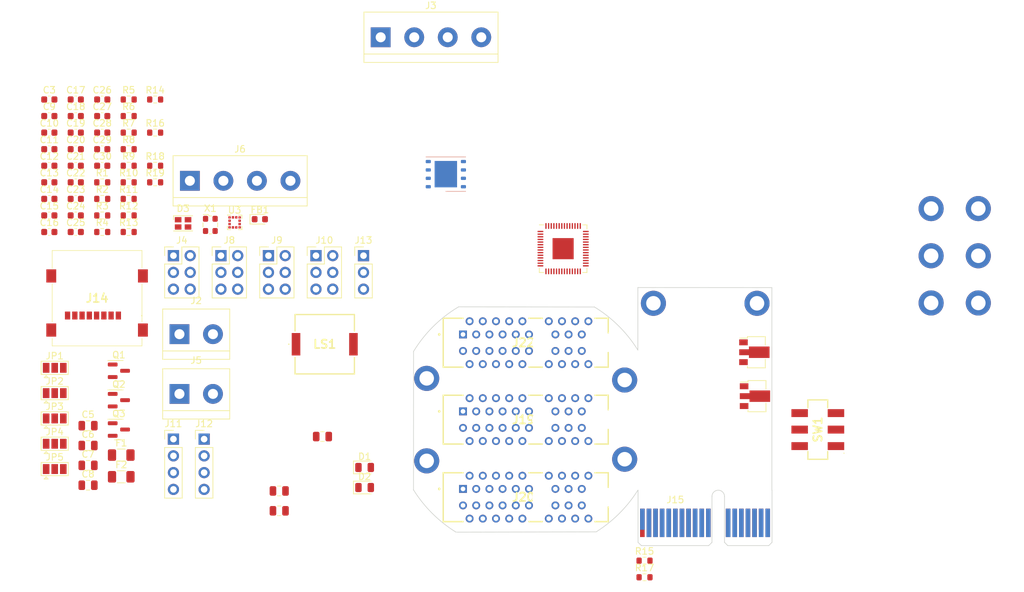
<source format=kicad_pcb>
(kicad_pcb (version 20221018) (generator pcbnew)
  (layers (0 "F.Cu" signal) (1 "In1.Cu" signal) (2 "In2.Cu" signal) (31 "B.Cu" signal) (34 "B.Paste" user) (35 "F.Paste" user) (36 "B.SilkS" user "B.Silkscreen") (37 "F.SilkS" user "F.Silkscreen") (38 "B.Mask" user) (39 "F.Mask" user) (44 "Edge.Cuts" user))
  (net 0 "")
  (net 1 "+12VA")
  (net 2 "GND")
  (net 3 "+3V3")
  (net 4 "+5V")
  (net 5 "/SERVO PWR")
  (net 6 "Net-(U3-C1)")
  (net 7 "+1V1")
  (net 8 "VBUS")
  (net 9 "Net-(D2-A)")
  (net 10 "Net-(D3-A)")
  (net 11 "/LEDRED")
  (net 12 "/LEDGREEN")
  (net 13 "/LEDBLUE")
  (net 14 "Net-(Q1-S)")
  (net 15 "+12P")
  (net 16 "Net-(F2-Pad2)")
  (net 17 "/GPIO26")
  (net 18 "+12V")
  (net 19 "+BATT")
  (net 20 "/SPI PWR")
  (net 21 "/SPI0 SCLK")
  (net 22 "/SPI0 MOSI")
  (net 23 "/SPI0 MISO")
  (net 24 "/BRKOUT CS")
  (net 25 "/PYRO PWR")
  (net 26 "/P2-")
  (net 27 "/P1-")
  (net 28 "/SWD PWR")
  (net 29 "/SWCLK")
  (net 30 "/RUN")
  (net 31 "/SWD")
  (net 32 "/SERVO3")
  (net 33 "/SERVO4")
  (net 34 "/SERVO1")
  (net 35 "/SERVO2")
  (net 36 "/I2C PWR")
  (net 37 "/I2C1 SCL")
  (net 38 "/I2C1 SDA")
  (net 39 "/UART PWR")
  (net 40 "/UART0 TX")
  (net 41 "/UART0 RX")
  (net 42 "/BOOTSEL")
  (net 45 "/SD CS")
  (net 51 "/BUZZER")
  (net 52 "/P2 EN")
  (net 53 "Net-(Q2-D)")
  (net 54 "/P1 EN")
  (net 55 "Net-(Q3-D)")
  (net 56 "/P1 CONT")
  (net 57 "/P2 CONT")
  (net 58 "/BATT SENSE")
  (net 59 "/QSPI_SS")
  (net 60 "/USB_D+")
  (net 61 "/RP USB_D+")
  (net 62 "/RP USB_D-")
  (net 63 "/USB_D-")
  (net 66 "/MAG INT")
  (net 67 "/MAG DRDY")
  (net 68 "/QSPI_SD1")
  (net 69 "/QSPI_SD2")
  (net 70 "/QSPI_SDO")
  (net 71 "/QSPI_SCLK")
  (net 72 "/QSPI_SD3")
  (net 73 "/XIN")
  (net 75 "/ACCEL INT1")
  (net 76 "/ACCEL INT2")
  (net 77 "/GYRO INT3")
  (net 78 "/GYRO INT4")
  (net 79 "/BARO INT")
  (footprint "Capacitor_SMD:C_0603_1608Metric" (layer "F.Cu") (at 41.7795 72.5878)
    (fp_text reference "C25" (at 0 -1.43) (layer "F.SilkS"))
    (fp_text value "100n")
    (pad "1" smd roundrect (at -0.775 0) (size 0.9 0.95) (layers "F.Cu" "F.Paste" "F.Mask") (net 3 "+3V3"))
    (pad "2" smd roundrect (at 0.775 0) (size 0.9 0.95) (layers "F.Cu" "F.Paste" "F.Mask") (net 2 "GND"))
  )
  (footprint "Connector_PinHeader_2.54mm:PinHeader_2x03_P2.54mm_Vertical" (layer "F.Cu") (at 56.5795 76.1678)
    (fp_text reference "J4" (at 1.27 -2.33) (layer "F.SilkS"))
    (fp_text value "Conn_02x03_Odd_Even")
    (pad "1" thru_hole rect (at 0 0) (size 1.7 1.7) (drill 1) (layers "*.Cu" "*.Mask") (net 20 "/SPI PWR"))
    (pad "2" thru_hole oval (at 2.54 0) (size 1.7 1.7) (drill 1) (layers "*.Cu" "*.Mask") (net 21 "/SPI0 SCLK"))
    (pad "3" thru_hole oval (at 0 2.54) (size 1.7 1.7) (drill 1) (layers "*.Cu" "*.Mask") (net 22 "/SPI0 MOSI"))
    (pad "4" thru_hole oval (at 2.54 2.54) (size 1.7 1.7) (drill 1) (layers "*.Cu" "*.Mask") (net 23 "/SPI0 MISO"))
    (pad "5" thru_hole oval (at 0 5.08) (size 1.7 1.7) (drill 1) (layers "*.Cu" "*.Mask") (net 2 "GND"))
    (pad "6" thru_hole oval (at 2.54 5.08) (size 1.7 1.7) (drill 1) (layers "*.Cu" "*.Mask") (net 24 "/BRKOUT CS"))
  )
  (footprint "Capacitor_SMD:C_0603_1608Metric" (layer "F.Cu") (at 37.7695 70.0778)
    (fp_text reference "C15" (at 0 -1.43) (layer "F.SilkS"))
    (fp_text value "100n")
    (pad "1" smd roundrect (at -0.775 0) (size 0.9 0.95) (layers "F.Cu" "F.Paste" "F.Mask") (net 7 "+1V1"))
    (pad "2" smd roundrect (at 0.775 0) (size 0.9 0.95) (layers "F.Cu" "F.Paste" "F.Mask") (net 2 "GND"))
  )
  (footprint "Capacitor_SMD:C_0603_1608Metric" (layer "F.Cu") (at 45.7895 62.5478)
    (fp_text reference "C30" (at 0 -1.43) (layer "F.SilkS"))
    (fp_text value "100n")
    (pad "1" smd roundrect (at -0.775 0) (size 0.9 0.95) (layers "F.Cu" "F.Paste" "F.Mask") (net 3 "+3V3"))
    (pad "2" smd roundrect (at 0.775 0) (size 0.9 0.95) (layers "F.Cu" "F.Paste" "F.Mask") (net 2 "GND"))
  )
  (footprint "KiCad2:1001878410200TLF" (layer "F.Cu") (at 100.4566 111.5158)
    (fp_text reference "J20" (at 9.15 1.25) (layer "F.SilkS") (effects (font (size 1.27 1.27) (thickness 0.254))))
    (fp_text value "10018784-10200TLF" hide)
    (pad "" np_thru_hole circle (at 11.65 1.25) (size 2.35 2.35) (drill 2.35) (layers "*.Cu" "*.Mask"))
    (pad "" np_thru_hole circle (at 20.8 1.25) (size 2.35 2.35) (drill 2.35) (layers "*.Cu" "*.Mask"))
    (pad "A1" thru_hole rect (at 0 0) (size 1.2 1.2) (drill 0.7) (layers "*.Cu" "*.Mask"))
    (pad "A2" thru_hole circle (at 1 -2) (size 1.2 1.2) (drill 0.7) (layers "*.Cu" "*.Mask"))
    (pad "A3" thru_hole circle (at 2 0) (size 1.2 1.2) (drill 0.7) (layers "*.Cu" "*.Mask"))
    (pad "A4" thru_hole circle (at 3 -2) (size 1.2 1.2) (drill 0.7) (layers "*.Cu" "*.Mask"))
    (pad "A5" thru_hole circle (at 4 0) (size 1.2 1.2) (drill 0.7) (layers "*.Cu" "*.Mask"))
    (pad "A6" thru_hole circle (at 5 -2) (size 1.2 1.2) (drill 0.7) (layers "*.Cu" "*.Mask"))
    (pad "A7" thru_hole circle (at 6 0) (size 1.2 1.2) (drill 0.7) (layers "*.Cu" "*.Mask"))
    (pad "A8" thru_hole circle (at 7 -2) (size 1.2 1.2) (drill 0.7) (layers "*.Cu" "*.Mask"))
    (pad "A9" thru_hole circle (at 8 0) (size 1.2 1.2) (drill 0.7) (layers "*.Cu" "*.Mask"))
    (pad "A10" thru_hole circle (at 9 -2) (size 1.2 1.2) (drill 0.7) (layers "*.Cu" "*.Mask"))
    (pad "A11" thru_hole circle (at 10 0) (size 1.2 1.2) (drill 0.7) (layers "*.Cu" "*.Mask"))
    (pad "A12" thru_hole circle (at 13 -2) (size 1.2 1.2) (drill 0.7) (layers "*.Cu" "*.Mask"))
    (pad "A13" thru_hole circle (at 14 0) (size 1.2 1.2) (drill 0.7) (layers "*.Cu" "*.Mask"))
    (pad "A14" thru_hole circle (at 15 -2) (size 1.2 1.2) (drill 0.7) (layers "*.Cu" "*.Mask"))
    (pad "A15" thru_hole circle (at 16 0) (size 1.2 1.2) (drill 0.7) (layers "*.Cu" "*.Mask"))
    (pad "A16" thru_hole circle (at 17 -2) (size 1.2 1.2) (drill 0.7) (layers "*.Cu" "*.Mask"))
    (pad "A17" thru_hole circle (at 18 0) (size 1.2 1.2) (drill 0.7) (layers "*.Cu" "*.Mask"))
    (pad "A18" thru_hole circle (at 19 -2) (size 1.2 1.2) (drill 0.7) (layers "*.Cu" "*.Mask"))
    (pad "B1" thru_hole circle (at 0 2.5) (size 1.2 1.2) (drill 0.7) (layers "*.Cu" "*.Mask"))
    (pad "B2" thru_hole circle (at 1 4.5) (size 1.2 1.2) (drill 0.7) (layers "*.Cu" "*.Mask"))
    (pad "B3" thru_hole circle (at 2 2.5) (size 1.2 1.2) (drill 0.7) (layers "*.Cu" "*.Mask"))
    (pad "B4" thru_hole circle (at 3 4.5) (size 1.2 1.2) (drill 0.7) (layers "*.Cu" "*.Mask"))
    (pad "B5" thru_hole circle (at 4 2.5) (size 1.2 1.2) (drill 0.7) (layers "*.Cu" "*.Mask"))
    (pad "B6" thru_hole circle (at 5 4.5) (size 1.2 1.2) (drill 0.7) (layers "*.Cu" "*.Mask"))
    (pad "B7" thru_hole circle (at 6 2.5) (size 1.2 1.2) (drill 0.7) (layers "*.Cu" "*.Mask"))
    (pad "B8" thru_hole circle (at 7 4.5) (size 1.2 1.2) (drill 0.7) (layers "*.Cu" "*.Mask"))
    (pad "B9" thru_hole circle (at 8 2.5) (size 1.2 1.2) (drill 0.7) (layers "*.Cu" "*.Mask"))
    (pad "B10" thru_hole circle (at 9 4.5) (size 1.2 1.2) (drill 0.7) (layers "*.Cu" "*.Mask"))
    (pad "B11" thru_hole circle (at 10 2.5) (size 1.2 1.2) (drill 0.7) (layers "*.Cu" "*.Mask"))
    (pad "B12" thru_hole circle (at 13 4.5) (size 1.2 1.2) (drill 0.7) (layers "*.Cu" "*.Mask"))
    (pad "B13" thru_hole circle (at 14 2.5) (size 1.2 1.2) (drill 0.7) (layers "*.Cu" "*.Mask"))
    (pad "B14" thru_hole circle (at 15 4.5) (size 1.2 1.2) (drill 0.7) (layers "*.Cu" "*.Mask"))
    (pad "B15" thru_hole circle (at 16 2.5) (size 1.2 1.2) (drill 0.7) (layers "*.Cu" "*.Mask"))
    (pad "B16" thru_hole circle (at 17 4.5) (size 1.2 1.2) (drill 0.7) (layers "*.Cu" "*.Mask"))
    (pad "B17" thru_hole circle (at 18 2.5) (size 1.2 1.2) (drill 0.7) (layers "*.Cu" "*.Mask"))
    (pad "B18" thru_hole circle (at 19 4.5) (size 1.2 1.2) (drill 0.7) (layers "*.Cu" "*.Mask"))
  )
  (footprint "Package_TO_SOT_SMD:SOT-89-3" (layer "F.Cu") (at 144.907 90.805)
    (fp_text reference "U1")
    (fp_text value "AZ1117-3.3")
    (pad "1" smd rect (at -1.95 -1.5) (size 1.3 0.9) (layers "F.Cu" "F.Paste" "F.Mask") (net 2 "GND"))
    (pad "2" smd custom (at -1.8625 0) (size 1.475 0.9) (layers "F.Cu" "F.Paste" "F.Mask") (net 3 "+3V3") (options (clearance outline) (anchor rect)) (primitives (gr_poly (pts (xy 3.8625 0.8665) (xy 0.7375 0.8665) (xy 0.7375 -0.8665) (xy 3.8625 -0.8665)) (width 0) (fill yes))))
    (pad "3" smd rect (at -1.95 1.5) (size 1.3 0.9) (layers "F.Cu" "F.Paste" "F.Mask") (net 1 "+12VA"))
  )
  (footprint "MountingHole:MountingHole_2.2mm_M2_DIN965_Pad" (layer "F.Cu") (at 171.3932 69.0378)
    (fp_text reference "H7")
    (fp_text value "MountingHole_Pad")
    (pad "1" thru_hole circle (at 0 0) (size 3.8 3.8) (drill 2.2) (layers "*.Cu" "*.Mask") (net 2 "GND"))
  )
  (footprint "Capacitor_SMD:C_0603_1608Metric" (layer "F.Cu") (at 41.7795 57.5278)
    (fp_text reference "C19" (at 0 -1.43) (layer "F.SilkS"))
    (fp_text value "100n")
    (pad "1" smd roundrect (at -0.775 0) (size 0.9 0.95) (layers "F.Cu" "F.Paste" "F.Mask") (net 3 "+3V3"))
    (pad "2" smd roundrect (at 0.775 0) (size 0.9 0.95) (layers "F.Cu" "F.Paste" "F.Mask") (net 2 "GND"))
  )
  (footprint "MountingHole:MountingHole_2.2mm_M2_DIN965_Pad" (layer "F.Cu") (at 94.9566 94.7658)
    (fp_text reference "H1")
    (fp_text value "MountingHole_Pad")
    (pad "1" thru_hole circle (at 0 0) (size 3.8 3.8) (drill 2.2) (layers "*.Cu" "*.Mask") (net 2 "GND"))
  )
  (footprint "TerminalBlock:TerminalBlock_bornier-4_P5.08mm" (layer "F.Cu") (at 59.0695 64.8278)
    (fp_text reference "J6" (at 7.6 -4.8) (layer "F.SilkS"))
    (fp_text value "Screw_Terminal_01x04")
    (pad "1" thru_hole rect (at 0 0) (size 3 3) (drill 1.52) (layers "*.Cu" "*.Mask") (net 26 "/P2-"))
    (pad "2" thru_hole circle (at 5.08 0) (size 3 3) (drill 1.52) (layers "*.Cu" "*.Mask") (net 25 "/PYRO PWR"))
    (pad "3" thru_hole circle (at 10.16 0) (size 3 3) (drill 1.52) (layers "*.Cu" "*.Mask") (net 27 "/P1-"))
    (pad "4" thru_hole circle (at 15.24 0) (size 3 3) (drill 1.52) (layers "*.Cu" "*.Mask") (net 25 "/PYRO PWR"))
  )
  (footprint "Resistor_SMD:R_0603_1608Metric" (layer "F.Cu") (at 45.7895 67.5678)
    (fp_text reference "R2" (at 0 -1.43) (layer "F.SilkS"))
    (fp_text value "470R")
    (pad "1" smd roundrect (at -0.825 0) (size 0.8 0.95) (layers "F.Cu" "F.Paste" "F.Mask") (net 2 "GND"))
    (pad "2" smd roundrect (at 0.825 0) (size 0.8 0.95) (layers "F.Cu" "F.Paste" "F.Mask") (net 52 "/P2 EN"))
  )
  (footprint "TerminalBlock:TerminalBlock_bornier-2_P5.08mm" (layer "F.Cu") (at 57.4895 88.0678)
    (fp_text reference "J2" (at 2.54 -5.08) (layer "F.SilkS"))
    (fp_text value "Screw_Terminal_01x02")
    (pad "1" thru_hole rect (at 0 0) (size 3 3) (drill 1.52) (layers "*.Cu" "*.Mask") (net 17 "/GPIO26"))
    (pad "2" thru_hole circle (at 5.08 0) (size 3 3) (drill 1.52) (layers "*.Cu" "*.Mask") (net 2 "GND"))
  )
  (footprint "Capacitor_SMD:C_0603_1608Metric" (layer "F.Cu") (at 37.7695 60.0378)
    (fp_text reference "C11" (at 0 -1.43) (layer "F.SilkS"))
    (fp_text value "100n")
    (pad "1" smd roundrect (at -0.775 0) (size 0.9 0.95) (layers "F.Cu" "F.Paste" "F.Mask") (net 3 "+3V3"))
    (pad "2" smd roundrect (at 0.775 0) (size 0.9 0.95) (layers "F.Cu" "F.Paste" "F.Mask") (net 2 "GND"))
  )
  (footprint "Resistor_SMD:R_0603_1608Metric" (layer "F.Cu") (at 45.7895 65.0578)
    (fp_text reference "R1" (at 0 -1.43) (layer "F.SilkS"))
    (fp_text value "1k")
    (pad "1" smd roundrect (at -0.825 0) (size 0.8 0.95) (layers "F.Cu" "F.Paste" "F.Mask") (net 9 "Net-(D2-A)"))
    (pad "2" smd roundrect (at 0.825 0) (size 0.8 0.95) (layers "F.Cu" "F.Paste" "F.Mask") (net 3 "+3V3"))
  )
  (footprint "Connector_PinHeader_2.54mm:PinHeader_2x03_P2.54mm_Vertical" (layer "F.Cu") (at 78.1795 76.1678)
    (fp_text reference "J10" (at 1.27 -2.33) (layer "F.SilkS"))
    (fp_text value "Conn_02x03_Odd_Even")
    (pad "1" thru_hole rect (at 0 0) (size 1.7 1.7) (drill 1) (layers "*.Cu" "*.Mask") (net 34 "/SERVO1"))
    (pad "2" thru_hole oval (at 2.54 0) (size 1.7 1.7) (drill 1) (layers "*.Cu" "*.Mask") (net 35 "/SERVO2"))
    (pad "3" thru_hole oval (at 0 2.54) (size 1.7 1.7) (drill 1) (layers "*.Cu" "*.Mask") (net 5 "/SERVO PWR"))
    (pad "4" thru_hole oval (at 2.54 2.54) (size 1.7 1.7) (drill 1) (layers "*.Cu" "*.Mask") (net 5 "/SERVO PWR"))
    (pad "5" thru_hole oval (at 0 5.08) (size 1.7 1.7) (drill 1) (layers "*.Cu" "*.Mask") (net 2 "GND"))
    (pad "6" thru_hole oval (at 2.54 5.08) (size 1.7 1.7) (drill 1) (layers "*.Cu" "*.Mask") (net 2 "GND"))
  )
  (footprint "MountingHole:MountingHole_2.2mm_M2_DIN965_Pad" (layer "F.Cu") (at 178.5432 69.0378)
    (fp_text reference "H10")
    (fp_text value "MountingHole_Pad")
    (pad "1" thru_hole circle (at 0 0) (size 3.8 3.8) (drill 2.2) (layers "*.Cu" "*.Mask") (net 2 "GND"))
  )
  (footprint "Diode_SMD:D_0603_1608Metric" (layer "F.Cu") (at 69.6695 70.6478)
    (fp_text reference "FB1" (at 0 -1.43) (layer "F.SilkS"))
    (fp_text value "FerriteBead_Small")
    (pad "1" smd roundrect (at -0.7875 0) (size 0.875 0.95) (layers "F.Cu" "F.Paste" "F.Mask") (net 16 "Net-(F2-Pad2)"))
    (pad "2" smd roundrect (at 0.7875 0) (size 0.875 0.95) (layers "F.Cu" "F.Paste" "F.Mask") (net 1 "+12VA"))
  )
  (footprint "Connector_PinHeader_2.54mm:PinHeader_1x03_P2.54mm_Vertical" (layer "F.Cu") (at 85.3795 76.1678)
    (fp_text reference "J13" (at 0 -2.33) (layer "F.SilkS"))
    (fp_text value "Conn_01x03")
    (pad "1" thru_hole rect (at 0 0) (size 1.7 1.7) (drill 1) (layers "*.Cu" "*.Mask") (net 2 "GND"))
    (pad "2" thru_hole oval (at 0 2.54) (size 1.7 1.7) (drill 1) (layers "*.Cu" "*.Mask") (net 42 "/BOOTSEL"))
    (pad "3" thru_hole oval (at 0 5.08) (size 1.7 1.7) (drill 1) (layers "*.Cu" "*.Mask"))
  )
  (footprint "MountingHole:MountingHole_2.2mm_M2_DIN965_Pad" (layer "F.Cu") (at 178.5432 83.3378)
    (fp_text reference "H12")
    (fp_text value "MountingHole_Pad")
    (pad "1" thru_hole circle (at 0 0) (size 3.8 3.8) (drill 2.2) (layers "*.Cu" "*.Mask") (net 2 "GND"))
  )
  (footprint "Capacitor_SMD:C_0603_1608Metric" (layer "F.Cu") (at 37.7695 52.5078)
    (fp_text reference "C3" (at 0 -1.43) (layer "F.SilkS"))
    (fp_text value "1u")
    (pad "1" smd roundrect (at -0.775 0) (size 0.9 0.95) (layers "F.Cu" "F.Paste" "F.Mask") (net 3 "+3V3"))
    (pad "2" smd roundrect (at 0.775 0) (size 0.9 0.95) (layers "F.Cu" "F.Paste" "F.Mask") (net 2 "GND"))
  )
  (footprint "Resistor_SMD:R_0603_1608Metric" (layer "F.Cu") (at 53.8095 65.0578)
    (fp_text reference "R19" (at 0 -1.43) (layer "F.SilkS"))
    (fp_text value "27R")
    (pad "1" smd roundrect (at -0.825 0) (size 0.8 0.95) (layers "F.Cu" "F.Paste" "F.Mask") (net 62 "/RP USB_D-"))
    (pad "2" smd roundrect (at 0.825 0) (size 0.8 0.95) (layers "F.Cu" "F.Paste" "F.Mask") (net 63 "/USB_D-"))
  )
  (footprint "Capacitor_SMD:C_0805_2012Metric" (layer "F.Cu") (at 43.6395 110.9578)
    (fp_text reference "C8" (at 0 -1.68) (layer "F.SilkS"))
    (fp_text value "22u")
    (pad "1" smd roundrect (at -0.95 0) (size 1 1.45) (layers "F.Cu" "F.Paste" "F.Mask") (net 4 "+5V"))
    (pad "2" smd roundrect (at 0.95 0) (size 1 1.45) (layers "F.Cu" "F.Paste" "F.Mask") (net 2 "GND"))
  )
  (footprint "Resistor_SMD:R_0603_1608Metric" (layer "F.Cu") (at 49.7995 62.5478)
    (fp_text reference "R9" (at 0 -1.43) (layer "F.SilkS"))
    (fp_text value "6k")
    (pad "1" smd roundrect (at -0.825 0) (size 0.8 0.95) (layers "F.Cu" "F.Paste" "F.Mask") (net 57 "/P2 CONT"))
    (pad "2" smd roundrect (at 0.825 0) (size 0.8 0.95) (layers "F.Cu" "F.Paste" "F.Mask") (net 2 "GND"))
  )
  (footprint "Jumper:SolderJumper-3_P1.3mm_Open_Pad1.0x1.5mm" (layer "F.Cu") (at 38.5895 100.8378)
    (fp_text reference "JP3" (at 0 -1.8) (layer "F.SilkS"))
    (fp_text value "SolderJumper_3_Open")
    (pad "1" smd rect (at -1.3 0) (size 1 1.5) (layers "F.Cu" "F.Mask") (net 4 "+5V"))
    (pad "2" smd rect (at 0 0) (size 1 1.5) (layers "F.Cu" "F.Mask") (net 20 "/SPI PWR"))
    (pad "3" smd rect (at 1.3 0) (size 1 1.5) (layers "F.Cu" "F.Mask") (net 3 "+3V3"))
  )
  (footprint "Capacitor_SMD:C_0805_2012Metric" (layer "F.Cu") (at 72.6084 114.8334)
    (fp_text reference "C4")
    (fp_text value "10u")
    (pad "1" smd roundrect (at -0.95 0) (size 1 1.45) (layers "F.Cu" "F.Paste" "F.Mask") (net 1 "+12VA"))
    (pad "2" smd roundrect (at 0.95 0) (size 1 1.45) (layers "F.Cu" "F.Paste" "F.Mask") (net 2 "GND"))
  )
  (footprint "Connector_PinHeader_2.54mm:PinHeader_2x03_P2.54mm_Vertical" (layer "F.Cu") (at 70.9795 76.1678)
    (fp_text reference "J9" (at 1.27 -2.33) (layer "F.SilkS"))
    (fp_text value "Conn_02x03_Odd_Even")
    (pad "1" thru_hole rect (at 0 0) (size 1.7 1.7) (drill 1) (layers "*.Cu" "*.Mask") (net 32 "/SERVO3"))
    (pad "2" thru_hole oval (at 2.54 0) (size 1.7 1.7) (drill 1) (layers "*.Cu" "*.Mask") (net 33 "/SERVO4"))
    (pad "3" thru_hole oval (at 0 2.54) (size 1.7 1.7) (drill 1) (layers "*.Cu" "*.Mask") (net 5 "/SERVO PWR"))
    (pad "4" thru_hole oval (at 2.54 2.54) (size 1.7 1.7) (drill 1) (layers "*.Cu" "*.Mask") (net 5 "/SERVO PWR"))
    (pad "5" thru_hole oval (at 0 5.08) (size 1.7 1.7) (drill 1) (layers "*.Cu" "*.Mask") (net 2 "GND"))
    (pad "6" thru_hole oval (at 2.54 5.08) (size 1.7 1.7) (drill 1) (layers "*.Cu" "*.Mask") (net 2 "GND"))
  )
  (footprint "Capacitor_SMD:C_0603_1608Metric" (layer "F.Cu") (at 41.7795 67.5678)
    (fp_text reference "C23" (at 0 -1.43) (layer "F.SilkS"))
    (fp_text value "100n")
    (pad "1" smd roundrect (at -0.775 0) (size 0.9 0.95) (layers "F.Cu" "F.Paste" "F.Mask") (net 3 "+3V3"))
    (pad "2" smd roundrect (at 0.775 0) (size 0.9 0.95) (layers "F.Cu" "F.Paste" "F.Mask") (net 2 "GND"))
  )
  (footprint "Capacitor_SMD:C_0603_1608Metric" (layer "F.Cu") (at 37.7695 65.0578)
    (fp_text reference "C13" (at 0 -1.43) (layer "F.SilkS"))
    (fp_text value "100n")
    (pad "1" smd roundrect (at -0.775 0) (size 0.9 0.95) (layers "F.Cu" "F.Paste" "F.Mask") (net 3 "+3V3"))
    (pad "2" smd roundrect (at 0.775 0) (size 0.9 0.95) (layers "F.Cu" "F.Paste" "F.Mask") (net 2 "GND"))
  )
  (footprint "Oscillator:Oscillator_SMD_ECS_2520MV-xxx-xx-4Pin_2.5x2.0mm" (layer "F.Cu") (at 62.1695 71.5078)
    (fp_text reference "X1" (at 0 -2.5) (layer "F.SilkS"))
    (fp_text value "ECS-2520MV-xxx-xx")
    (pad "1" smd roundrect (at -0.725 -0.925) (size 0.8 0.9) (layers "F.Cu" "F.Paste" "F.Mask") (net 3 "+3V3"))
    (pad "2" smd roundrect (at -0.725 0.925) (size 0.8 0.9) (layers "F.Cu" "F.Paste" "F.Mask") (net 2 "GND"))
    (pad "3" smd roundrect (at 0.725 0.925) (size 0.8 0.9) (layers "F.Cu" "F.Paste" "F.Mask") (net 73 "/XIN"))
    (pad "4" smd roundrect (at 0.725 -0.925) (size 0.8 0.9) (layers "F.Cu" "F.Paste" "F.Mask") (net 3 "+3V3"))
  )
  (footprint "Capacitor_SMD:C_0603_1608Metric" (layer "F.Cu") (at 45.7895 60.0378)
    (fp_text reference "C29" (at 0 -1.43) (layer "F.SilkS"))
    (fp_text value "100n")
    (pad "1" smd roundrect (at -0.775 0) (size 0.9 0.95) (layers "F.Cu" "F.Paste" "F.Mask") (net 3 "+3V3"))
    (pad "2" smd roundrect (at 0.775 0) (size 0.9 0.95) (layers "F.Cu" "F.Paste" "F.Mask") (net 2 "GND"))
  )
  (footprint "Package_TO_SOT_SMD:SOT-23" (layer "F.Cu") (at 48.3095 98.0678)
    (fp_text reference "Q2" (at 0 -2.4) (layer "F.SilkS"))
    (fp_text value "BSS138")
    (pad "1" smd roundrect (at -0.9375 -0.95) (size 1.475 0.6) (layers "F.Cu" "F.Paste" "F.Mask") (net 52 "/P2 EN"))
    (pad "2" smd roundrect (at -0.9375 0.95) (size 1.475 0.6) (layers "F.Cu" "F.Paste" "F.Mask") (net 2 "GND"))
    (pad "3" smd roundrect (at 0.9375 0) (size 1.475 0.6) (layers "F.Cu" "F.Paste" "F.Mask") (net 53 "Net-(Q2-D)"))
  )
  (footprint "Connector_PinHeader_2.54mm:PinHeader_1x04_P2.54mm_Vertical" (layer "F.Cu") (at 61.2295 103.9678)
    (fp_text reference "J12" (at 0 -2.33) (layer "F.SilkS"))
    (fp_text value "Conn_01x04")
    (pad "1" thru_hole rect (at 0 0) (size 1.7 1.7) (drill 1) (layers "*.Cu" "*.Mask") (net 39 "/UART PWR"))
    (pad "2" thru_hole oval (at 0 2.54) (size 1.7 1.7) (drill 1) (layers "*.Cu" "*.Mask") (net 40 "/UART0 TX"))
    (pad "3" thru_hole oval (at 0 5.08) (size 1.7 1.7) (drill 1) (layers "*.Cu" "*.Mask") (net 41 "/UART0 RX"))
    (pad "4" thru_hole oval (at 0 7.62) (size 1.7 1.7) (drill 1) (layers "*.Cu" "*.Mask") (net 2 "GND"))
  )
  (footprint "MountingHole:MountingHole_2.2mm_M2_DIN965_Pad" (layer "F.Cu") (at 129.3114 83.3882)
    (fp_text reference "H5")
    (fp_text value "MountingHole_Pad")
    (pad "1" thru_hole circle (at 0 0) (size 3.8 3.8) (drill 2.2) (layers "*.Cu" "*.Mask") (net 2 "GND"))
  )
  (footprint "Resistor_SMD:R_0603_1608Metric" (layer "F.Cu") (at 53.8095 52.5078)
    (fp_text reference "R14" (at 0 -1.43) (layer "F.SilkS"))
    (fp_text value "DNF")
    (pad "1" smd roundrect (at -0.825 0) (size 0.8 0.95) (layers "F.Cu" "F.Paste" "F.Mask") (net 3 "+3V3"))
    (pad "2" smd roundrect (at 0.825 0) (size 0.8 0.95) (layers "F.Cu" "F.Paste" "F.Mask") (net 59 "/QSPI_SS"))
  )
  (footprint "Jumper:SolderJumper-3_P1.3mm_Open_Pad1.0x1.5mm" (layer "F.Cu") (at 38.5895 104.6728)
    (fp_text reference "JP4" (at 0 -1.8) (layer "F.SilkS"))
    (fp_text value "SolderJumper_3_Open")
    (pad "1" smd rect (at -1.3 0) (size 1 1.5) (layers "F.Cu" "F.Mask") (net 4 "+5V"))
    (pad "2" smd rect (at 0 0) (size 1 1.5) (layers "F.Cu" "F.Mask") (net 39 "/UART PWR"))
    (pad "3" smd rect (at 1.3 0) (size 1 1.5) (layers "F.Cu" "F.Mask") (net 3 "+3V3"))
  )
  (footprint "Resistor_SMD:R_0603_1608Metric" (layer "F.Cu") (at 49.7995 57.5278)
    (fp_text reference "R7" (at 0 -1.43) (layer "F.SilkS"))
    (fp_text value "6k")
    (pad "1" smd roundrect (at -0.825 0) (size 0.8 0.95) (layers "F.Cu" "F.Paste" "F.Mask") (net 56 "/P1 CONT"))
    (pad "2" smd roundrect (at 0.825 0) (size 0.8 0.95) (layers "F.Cu" "F.Paste" "F.Mask") (net 2 "GND"))
  )
  (footprint "Capacitor_SMD:C_0603_1608Metric" (layer "F.Cu") (at 41.7795 62.5478)
    (fp_text reference "C21" (at 0 -1.43) (layer "F.SilkS"))
    (fp_text value "1u")
    (pad "1" smd roundrect (at -0.775 0) (size 0.9 0.95) (layers "F.Cu" "F.Paste" "F.Mask") (net 3 "+3V3"))
    (pad "2" smd roundrect (at 0.775 0) (size 0.9 0.95) (layers "F.Cu" "F.Paste" "F.Mask") (net 2 "GND"))
  )
  (footprint "Resistor_SMD:R_0603_1608Metric" (layer "F.Cu") (at 49.7995 60.0378)
    (fp_text reference "R8" (at 0 -1.43) (layer "F.SilkS"))
    (fp_text value "20k")
    (pad "1" smd roundrect (at -0.825 0) (size 0.8 0.95) (layers "F.Cu" "F.Paste" "F.Mask") (net 55 "Net-(Q3-D)"))
    (pad "2" smd roundrect (at 0.825 0) (size 0.8 0.95) (layers "F.Cu" "F.Paste" "F.Mask") (net 57 "/P2 CONT"))
  )
  (footprint "SamacSys_Parts:MEM20670218000A" (layer "F.Cu") (at 45.0095 87.4428)
    (fp_text reference "J14" (at 0 -4.825) (layer "F.SilkS") (effects (font (size 1.27 1.27) (thickness 0.254))))
    (fp_text value "MEM2067-02-180-00-A" hide)
    (pad "MP1" smd rect (at -6.945 0) (size 1.5 2) (layers "F.Cu" "F.Paste" "F.Mask"))
    (pad "MP2" smd rect (at 6.945 0) (size 1.5 2) (layers "F.Cu" "F.Paste" "F.Mask"))
    (pad "MP3" smd rect (at 6.945 -8.2) (size 1.5 2) (layers "F.Cu" "F.Paste" "F.Mask"))
    (pad "MP4" smd rect (at -6.945 -8.2) (size 1.5 2) (layers "F.Cu" "F.Paste" "F.Mask"))
    (pad "P1" smd rect (at 3.225 -2.2) (size 0.8 1.2) (layers "F.Cu" "F.Paste" "F.Mask"))
    (pad "P2" smd rect (at 2.125 -2.2) (size 0.8 1.2) (layers "F.Cu" "F.Paste" "F.Mask") (net 45 "/SD CS"))
    (pad "P3" smd rect (at 1.025 -2.2) (size 0.8 1.2) (layers "F.Cu" "F.Paste" "F.Mask") (net 22 "/SPI0 MOSI"))
    (pad "P4" smd rect (at -0.075 -2.2) (size 0.8 1.2) (layers "F.Cu" "F.Paste" "F.Mask") (net 3 "+3V3"))
    (pad "P5" smd rect (at -1.175 -2.2) (size 0.8 1.2) (layers "F.Cu" "F.Paste" "F.Mask") (net 21 "/SPI0 SCLK"))
    (pad "P6" smd rect (at -2.275 -2.2) (size 0.8 1.2) (layers "F.Cu" "F.Paste" "F.Mask") (net 2 "GND"))
    (pad "P7" smd rect (at -3.375 -2.2) (size 0.8 1.2) (layers "F.Cu" "F.Paste" "F.Mask") (net 23 "/SPI0 MISO"))
    (pad "P8" smd rect (at -4.475 -2.2) (size 0.8 1.2) (layers "F.Cu" "F.Paste" "F.Mask"))
  )
  (footprint "Jumper:SolderJumper-3_P1.3mm_Open_Pad1.0x1.5mm" (layer "F.Cu") (at 38.5895 93.1678)
    (fp_text reference "JP1" (at 0 -1.8) (layer "F.SilkS"))
    (fp_text value "SolderJumper_3_Open")
    (pad "1" smd rect (at -1.3 0) (size 1 1.5) (layers "F.Cu" "F.Mask") (net 4 "+5V"))
    (pad "2" smd rect (at 0 0) (size 1 1.5) (layers "F.Cu" "F.Mask") (net 5 "/SERVO PWR"))
    (pad "3" smd rect (at 1.3 0) (size 1 1.5) (layers "F.Cu" "F.Mask") (net 3 "+3V3"))
  )
  (footprint "SamacSys_Parts:JS202011SCQN" (layer "F.Cu") (at 154.222 102.529 90)
    (fp_text reference "SW1" (at 0 0.002 90) (layer "F.SilkS") (effects (font (size 1.27 1.27) (thickness 0.254))))
    (fp_text value "SW_Push_DPDT" hide)
    (pad "1" smd rect (at -2.5 2.75 90) (size 1.2 2.5) (layers "F.Cu" "F.Paste" "F.Mask"))
    (pad "2" smd rect (at 0 2.75 90) (size 1.2 2.5) (layers "F.Cu" "F.Paste" "F.Mask") (net 19 "+BATT"))
    (pad "3" smd rect (at 2.5 2.75 90) (size 1.2 2.5) (layers "F.Cu" "F.Paste" "F.Mask") (net 18 "+12V"))
    (pad "4" smd rect (at 2.5 -2.75 90) (size 1.2 2.5) (layers "F.Cu" "F.Paste" "F.Mask") (net 18 "+12V"))
    (pad "5" smd rect (at 0 -2.75 90) (size 1.2 2.5) (layers "F.Cu" "F.Paste" "F.Mask") (net 19 "+BATT"))
    (pad "6" smd rect (at -2.5 -2.75 90) (size 1.2 2.5) (layers "F.Cu" "F.Paste" "F.Mask"))
  )
  (footprint "MountingHole:MountingHole_2.2mm_M2_DIN965_Pad" (layer "F.Cu") (at 145.0086 83.3882)
    (fp_text reference "H6")
    (fp_text value "MountingHole_Pad")
    (pad "1" thru_hole circle (at 0 0) (size 3.8 3.8) (drill 2.2) (layers "*.Cu" "*.Mask") (net 2 "GND"))
  )
  (footprint "LED_SMD:LED_Cree-PLCC4_2x2mm_CW" (layer "F.Cu") (at 58.0395 71.2778)
    (fp_text reference "D3" (at 0 -2.25) (layer "F.SilkS"))
    (fp_text value "CLV1L-FKB")
    (pad "1" smd rect (at -0.75 -0.55) (size 1 0.8) (layers "F.Cu" "F.Paste" "F.Mask") (net 10 "Net-(D3-A)"))
    (pad "2" smd rect (at 0.75 -0.55) (size 1 0.8) (layers "F.Cu" "F.Paste" "F.Mask") (net 11 "/LEDRED"))
    (pad "3" smd rect (at 0.75 0.55) (size 1 0.8) (layers "F.Cu" "F.Paste" "F.Mask") (net 12 "/LEDGREEN"))
    (pad "4" smd rect (at -0.75 0.55) (size 1 0.8) (layers "F.Cu" "F.Paste" "F.Mask") (net 13 "/LEDBLUE"))
  )
  (footprint "Diode_SMD:D_0805_2012Metric" (layer "F.Cu") (at 85.5495 108.2628)
    (fp_text reference "D1" (at 0 -1.65) (layer "F.SilkS"))
    (fp_text value "D_Small")
    (pad "1" smd roundrect (at -0.9375 0) (size 0.975 1.4) (layers "F.Cu" "F.Paste" "F.Mask") (net 1 "+12VA"))
    (pad "2" smd roundrect (at 0.9375 0) (size 0.975 1.4) (layers "F.Cu" "F.Paste" "F.Mask") (net 8 "VBUS"))
  )
  (footprint "Resistor_SMD:R_0603_1608Metric" (layer "F.Cu") (at 49.7995 70.0778)
    (fp_text reference "R12" (at 0 -1.43) (layer "F.SilkS"))
    (fp_text value "R_Small")
    (pad "1" smd roundrect (at -0.825 0) (size 0.8 0.95) (layers "F.Cu" "F.Paste" "F.Mask") (net 10 "Net-(D3-A)"))
    (pad "2" smd roundrect (at 0.825 0) (size 0.8 0.95) (layers "F.Cu" "F.Paste" "F.Mask") (net 3 "+3V3"))
  )
  (footprint "Resistor_SMD:R_0603_1608Metric" (layer "F.Cu") (at 49.7995 52.5078)
    (fp_text reference "R5" (at 0 -1.43) (layer "F.SilkS"))
    (fp_text value "10R")
    (pad "1" smd roundrect (at -0.825 0) (size 0.8 0.95) (layers "F.Cu" "F.Paste" "F.Mask") (net 27 "/P1-"))
    (pad "2" smd roundrect (at 0.825 0) (size 0.8 0.95) (layers "F.Cu" "F.Paste" "F.Mask") (net 55 "Net-(Q3-D)"))
  )
  (footprint "Capacitor_SMD:C_0603_1608Metric" (layer "F.Cu") (at 41.7795 70.0778)
    (fp_text reference "C24" (at 0 -1.43) (layer "F.SilkS"))
    (fp_text value "100n")
    (pad "1" smd roundrect (at -0.775 0) (size 0.9 0.95) (layers "F.Cu" "F.Paste" "F.Mask") (net 3 "+3V3"))
    (pad "2" smd roundrect (at 0.775 0) (size 0.9 0.95) (layers "F.Cu" "F.Paste" "F.Mask") (net 2 "GND"))
  )
  (footprint "Capacitor_SMD:C_0603_1608Metric" (layer "F.Cu") (at 45.7895 52.5078)
    (fp_text reference "C26" (at 0 -1.43) (layer "F.SilkS"))
    (fp_text value "100nf")
    (pad "1" smd roundrect (at -0.775 0) (size 0.9 0.95) (layers "F.Cu" "F.Paste" "F.Mask") (net 3 "+3V3"))
    (pad "2" smd roundrect (at 0.775 0) (size 0.9 0.95) (layers "F.Cu" "F.Paste" "F.Mask") (net 2 "GND"))
  )
  (footprint "Capacitor_SMD:C_0805_2012Metric" (layer "F.Cu") (at 43.6395 107.9478)
    (fp_text reference "C7" (at 0 -1.68) (layer "F.SilkS"))
    (fp_text value "1u")
    (pad "1" smd roundrect (at -0.95 0) (size 1 1.45) (layers "F.Cu" "F.Paste" "F.Mask") (net 1 "+12VA"))
    (pad "2" smd roundrect (at 0.95 0) (size 1 1.45) (layers "F.Cu" "F.Paste" "F.Mask") (net 2 "GND"))
  )
  (footprint "MountingHole:MountingHole_2.2mm_M2_DIN965_Pad" (layer "F.Cu") (at 124.9566 107.0158)
    (fp_text reference "H4")
    (fp_text value "MountingHole_Pad")
    (pad "1" thru_hole circle (at 0 0) (size 3.8 3.8) (drill 2.2) (layers "*.Cu" "*.Mask") (net 2 "GND"))
  )
  (footprint "Capacitor_SMD:C_0603_1608Metric" (layer "F.Cu") (at 41.7795 52.5078)
    (fp_text reference "C17" (at 0 -1.43) (layer "F.SilkS"))
    (fp_text value "100n")
    (pad "1" smd roundrect (at -0.775 0) (size 0.9 0.95) (layers "F.Cu" "F.Paste" "F.Mask") (net 7 "+1V1"))
    (pad "2" smd roundrect (at 0.775 0) (size 0.9 0.95) (layers "F.Cu" "F.Paste" "F.Mask") (net 2 "GND"))
  )
  (footprint "Resistor_SMD:R_0603_1608Metric" (layer "F.Cu") (at 49.7995 55.0178)
    (fp_text reference "R6" (at 0 -1.43) (layer "F.SilkS"))
    (fp_text value "20k")
    (pad "1" smd roundrect (at -0.825 0) (size 0.8 0.95) (layers "F.Cu" "F.Paste" "F.Mask") (net 53 "Net-(Q2-D)"))
    (pad "2" smd roundrect (at 0.825 0) (size 0.8 0.95) (layers "F.Cu" "F.Paste" "F.Mask") (net 56 "/P1 CONT"))
  )
  (footprint "Capacitor_SMD:C_0603_1608Metric" (layer "F.Cu") (at 37.7695 55.0178)
    (fp_text reference "C9" (at 0 -1.43) (layer "F.SilkS"))
    (fp_text value "1u")
    (pad "1" smd roundrect (at -0.775 0) (size 0.9 0.95) (layers "F.Cu" "F.Paste" "F.Mask") (net 5 "/SERVO PWR"))
    (pad "2" smd roundrect (at 0.775 0) (size 0.9 0.95) (layers "F.Cu" "F.Paste" "F.Mask") (net 2 "GND"))
  )
  (footprint "Jumper:SolderJumper-3_P1.3mm_Open_Pad1.0x1.5mm" (layer "F.Cu") (at 38.5895 97.0028)
    (fp_text reference "JP2" (at 0 -1.8) (layer "F.SilkS"))
    (fp_text value "SolderJumper_3_Open")
    (pad "1" smd rect (at -1.3 0) (size 1 1.5) (layers "F.Cu" "F.Mask") (net 4 "+5V"))
    (pad "2" smd rect (at 0 0) (size 1 1.5) (layers "F.Cu" "F.Mask") (net 36 "/I2C PWR"))
    (pad "3" smd rect (at 1.3 0) (size 1 1.5) (layers "F.Cu" "F.Mask") (net 3 "+3V3"))
  )
  (footprint "Capacitor_SMD:C_0603_1608Metric" (layer "F.Cu") (at 41.7795 65.0578)
    (fp_text reference "C22" (at 0 -1.43) (layer "F.SilkS"))
    (fp_text value "100n")
    (pad "1" smd roundrect (at -0.775 0) (size 0.9 0.95) (layers "F.Cu" "F.Paste" "F.Mask") (net 3 "+3V3"))
    (pad "2" smd roundrect (at 0.775 0) (size 0.9 0.95) (layers "F.Cu" "F.Paste" "F.Mask") (net 2 "GND"))
  )
  (footprint "Connector_PinHeader_2.54mm:PinHeader_1x04_P2.54mm_Vertical" (layer "F.Cu") (at 56.5795 103.9678)
    (fp_text reference "J11" (at 0 -2.33) (layer "F.SilkS"))
    (fp_text value "Conn_01x04")
    (pad "1" thru_hole rect (at 0 0) (size 1.7 1.7) (drill 1) (layers "*.Cu" "*.Mask") (net 36 "/I2C PWR"))
    (pad "2" thru_hole oval (at 0 2.54) (size 1.7 1.7) (drill 1) (layers "*.Cu" "*.Mask") (net 37 "/I2C1 SCL"))
    (pad "3" thru_hole oval (at 0 5.08) (size 1.7 1.7) (drill 1) (layers "*.Cu" "*.Mask") (net 38 "/I2C1 SDA"))
    (pad "4" thru_hole oval (at 0 7.62) (size 1.7 1.7) (drill 1) (layers "*.Cu" "*.Mask") (net 2 "GND"))
  )
  (footprint "Capacitor_SMD:C_0805_2012Metric" (layer "F.Cu") (at 72.6084 111.8234)
    (fp_text reference "C2")
    (fp_text value "22u")
    (pad "1" smd roundrect (at -0.95 0) (size 1 1.45) (layers "F.Cu" "F.Paste" "F.Mask") (net 3 "+3V3"))
    (pad "2" smd roundrect (at 0.95 0) (size 1 1.45) (layers "F.Cu" "F.Paste" "F.Mask") (net 2 "GND"))
  )
  (footprint "Resistor_SMD:R_0603_1608Metric" (layer "F.Cu") (at 45.7895 72.5878)
    (fp_text reference "R4" (at 0 -1.43) (layer "F.SilkS"))
    (fp_text value "10R")
    (pad "1" smd roundrect (at -0.825 0) (size 0.8 0.95) (layers "F.Cu" "F.Paste" "F.Mask") (net 26 "/P2-"))
    (pad "2" smd roundrect (at 0.825 0) (size 0.8 0.95) (layers "F.Cu" "F.Paste" "F.Mask") (net 53 "Net-(Q2-D)"))
  )
  (footprint "Resistor_SMD:R_0603_1608Metric" (layer "F.Cu") (at 53.8095 57.5278)
    (fp_text reference "R16" (at 0 -1.43) (layer "F.SilkS"))
    (fp_text value "10k")
    (pad "1" smd roundrect (at -0.825 0) (size 0.8 0.95) (layers "F.Cu" "F.Paste" "F.Mask") (net 3 "+3V3"))
    (pad "2" smd roundrect (at 0.825 0) (size 0.8 0.95) (layers "F.Cu" "F.Paste" "F.Mask") (net 30 "/RUN"))
  )
  (footprint "Package_TO_SOT_SMD:SOT-23" (layer "F.Cu") (at 48.3095 102.5178)
    (fp_text reference "Q3" (at 0 -2.4) (layer "F.SilkS"))
    (fp_text value "BSS138")
    (pad "1" smd roundrect (at -0.9375 -0.95) (size 1.475 0.6) (layers "F.Cu" "F.Paste" "F.Mask") (net 54 "/P1 EN"))
    (pad "2" smd roundrect (at -0.9375 0.95) (size 1.475 0.6) (layers "F.Cu" "F.Paste" "F.Mask") (net 2 "GND"))
    (pad "3" smd roundrect (at 0.9375 0) (size 1.475 0.6) (layers "F.Cu" "F.Paste" "F.Mask") (net 55 "Net-(Q3-D)"))
  )
  (footprint "TerminalBlock:TerminalBlock_bornier-4_P5.08mm" (layer "F.Cu") (at 87.9856 43.0784)
    (fp_text reference "J3" (at 7.6 -4.8) (layer "F.SilkS"))
    (fp_text value "Screw_Terminal_01x04")
    (pad "1" thru_hole rect (at 0 0) (size 3 3) (drill 1.52) (layers "*.Cu" "*.Mask") (net 18 "+12V"))
    (pad "2" thru_hole circle (at 5.08 0) (size 3 3) (drill 1.52) (layers "*.Cu" "*.Mask") (net 19 "+BATT"))
    (pad "3" thru_hole circle (at 10.16 0) (size 3 3) (drill 1.52) (layers "*.Cu" "*.Mask") (net 2 "GND"))
    (pad "4" thru_hole circle (at 15.24 0) (size 3 3) (drill 1.52) (layers "*.Cu" "*.Mask") (net 19 "+BATT"))
  )
  (footprint "Capacitor_SMD:C_0603_1608Metric" (layer "F.Cu") (at 37.7695 57.5278)
    (fp_text reference "C10" (at 0 -1.43) (layer "F.SilkS"))
    (fp_text value "1u")
    (pad "1" smd roundrect (at -0.775 0) (size 0.9 0.95) (layers "F.Cu" "F.Paste" "F.Mask") (net 3 "+3V3"))
    (pad "2" smd roundrect (at 0.775 0) (size 0.9 0.95) (layers "F.Cu" "F.Paste" "F.Mask") (net 2 "GND"))
  )
  (footprint "Resistor_SMD:R_0603_1608Metric" (layer "F.Cu") (at 53.8095 62.5478)
    (fp_text reference "R18" (at 0 -1.43) (layer "F.SilkS"))
    (fp_text value "27R")
    (pad "1" smd roundrect (at -0.825 0) (size 0.8 0.95) (layers "F.Cu" "F.Paste" "F.Mask") (net 60 "/USB_D+"))
    (pad "2" smd roundrect (at 0.825 0) (size 0.8 0.95) (layers "F.Cu" "F.Paste" "F.Mask") (net 61 "/RP USB_D+"))
  )
  (footprint "Package_DFN_QFN:QFN-56-1EP_7x7mm_P0.4mm_EP3.2x3.2mm" (layer "F.Cu") (at 115.6293 75.1112)
    (fp_text reference "U6")
    (fp_text value "RP2040")
    (pad "1" smd roundrect (at -3.4375 -2.6) (size 0.875 0.2) (layers "F.Cu" "F.Paste" "F.Mask") (net 3 "+3V3"))
    (pad "2" smd roundrect (at -3.4375 -2.2) (size 0.875 0.2) (layers "F.Cu" "F.Paste" "F.Mask") (net 23 "/SPI0 MISO"))
    (pad "3" smd roundrect (at -3.4375 -1.8) (size 0.875 0.2) (layers "F.Cu" "F.Paste" "F.Mask") (net 45 "/SD CS"))
    (pad "4" smd roundrect (at -3.4375 -1.4) (size 0.875 0.2) (layers "F.Cu" "F.Paste" "F.Mask") (net 21 "/SPI0 SCLK"))
    (pad "5" smd roundrect (at -3.4375 -1) (size 0.875 0.2) (layers "F.Cu" "F.Paste" "F.Mask") (net 22 "/SPI0 MOSI"))
    (pad "6" smd roundrect (at -3.4375 -0.6) (size 0.875 0.2) (layers "F.Cu" "F.Paste" "F.Mask") (net 24 "/BRKOUT CS"))
    (pad "7" smd roundrect (at -3.4375 -0.2) (size 0.875 0.2) (layers "F.Cu" "F.Paste" "F.Mask") (net 51 "/BUZZER"))
    (pad "8" smd roundrect (at -3.4375 0.2) (size 0.875 0.2) (layers "F.Cu" "F.Paste" "F.Mask") (net 54 "/P1 EN"))
    (pad "9" smd roundrect (at -3.4375 0.6) (size 0.875 0.2) (layers "F.Cu" "F.Paste" "F.Mask") (net 52 "/P2 EN"))
    (pad "10" smd roundrect (at -3.4375 1) (size 0.875 0.2) (layers "F.Cu" "F.Paste" "F.Mask") (net 3 "+3V3"))
    (pad "11" smd roundrect (at -3.4375 1.4) (size 0.875 0.2) (layers "F.Cu" "F.Paste" "F.Mask") (net 67 "/MAG DRDY"))
    (pad "12" smd roundrect (at -3.4375 1.8) (size 0.875 0.2) (layers "F.Cu" "F.Paste" "F.Mask") (net 11 "/LEDRED"))
    (pad "13" smd roundrect (at -3.4375 2.2) (size 0.875 0.2) (layers "F.Cu" "F.Paste" "F.Mask") (net 12 "/LEDGREEN"))
    (pad "14" smd roundrect (at -3.4375 2.6) (size 0.875 0.2) (layers "F.Cu" "F.Paste" "F.Mask") (net 13 "/LEDBLUE"))
    (pad "15" smd roundrect (at -2.6 3.4375) (size 0.2 0.875) (layers "F.Cu" "F.Paste" "F.Mask") (net 34 "/SERVO1"))
    (pad "16" smd roundrect (at -2.2 3.4375) (size 0.2 0.875) (layers "F.Cu" "F.Paste" "F.Mask") (net 35 "/SERVO2"))
    (pad "17" smd roundrect (at -1.8 3.4375) (size 0.2 0.875) (layers "F.Cu" "F.Paste" "F.Mask") (net 32 "/SERVO3"))
    (pad "18" smd roundrect (at -1.4 3.4375) (size 0.2 0.875) (layers "F.Cu" "F.Paste" "F.Mask") (net 33 "/SERVO4"))
    (pad "19" smd roundrect (at -1 3.4375) (size 0.2 0.875) (layers "F.Cu" "F.Paste" "F.Mask") (net 2 "GND"))
    (pad "20" smd roundrect (at -0.6 3.4375) (size 0.2 0.875) (layers "F.Cu" "F.Paste" "F.Mask") (net 73 "/XIN"))
    (pad "21" smd roundrect (at -0.2 3.4375) (size 0.2 0.875) (layers "F.Cu" "F.Paste" "F.Mask"))
    (pad "22" smd roundrect (at 0.2 3.4375) (size 0.2 0.875) (layers "F.Cu" "F.Paste" "F.Mask") (net 3 "+3V3"))
    (pad "23" smd roundrect (at 0.6 3.4375) (size 0.2 0.875) (layers "F.Cu" "F.Paste" "F.Mask") (net 7 "+1V1"))
    (pad "24" smd roundrect (at 1 3.4375) (size 0.2 0.875) (layers "F.Cu" "F.Paste" "F.Mask") (net 29 "/SWCLK"))
    (pad "25" smd roundrect (at 1.4 3.4375) (size 0.2 0.875) (layers "F.Cu" "F.Paste" "F.Mask") (net 31 "/SWD"))
    (pad "26" smd roundrect (at 1.8 3.4375) (size 0.2 0.875) (layers "F.Cu" "F.Paste" "F.Mask") (net 30 "/RUN"))
    (pad "27" smd roundrect (at 2.2 3.4375) (size 0.2 0.875) (layers "F.Cu" "F.Paste" "F.Mask") (net 40 "/UART0 TX"))
    (pad "28" smd roundrect (at 2.6 3.4375) (size 0.2 0.875) (layers "F.Cu" "F.Paste" "F.Mask") (net 41 "/UART0 RX"))
    (pad "29" smd roundrect (at 3.4375 2.6) (size 0.875 0.2) (layers "F.Cu" "F.Paste" "F.Mask") (net 75 "/ACCEL INT1"))
    (pad "30" smd roundrect (at 3.4375 2.2) (size 0.875 0.2) (layers "F.Cu" "F.Paste" "F.Mask") (net 76 "/ACCEL INT2"))
    (pad "31" smd roundrect (at 3.4375 1.8) (size 0.875 0.2) (layers "F.Cu" "F.Paste" "F.Mask") (net 77 "/GYRO INT3"))
    (pad "32" smd roundrect (at 3.4375 1.4) (size 0.875 0.2) (layers "F.Cu" "F.Paste" "F.Mask") (net 78 "/GYRO INT4"))
    (pad "33" smd roundrect (at 3.4375 1) (size 0.875 0.2) (layers "F.Cu" "F.Paste" "F.Mask") (net 3 "+3V3"))
    (pad "34" smd roundrect (at 3.4375 0.6) (size 0.875 0.2) (layers "F.Cu" "F.Paste" "F.Mask") (net 38 "/I2C1 SDA"))
    (pad "35" smd roundrect (at 3.4375 0.2) (size 0.875 0.2) (layers "F.Cu" "F.Paste" "F.Mask") (net 37 "/I2C1 SCL"))
    (pad "36" smd roundrect (at 3.4375 -0.2) (size 0.875 0.2) (layers "F.Cu" "F.Paste" "F.Mask") (net 66 "/MAG INT"))
    (pad "37" smd roundrect (at 3.4375 -0.6) (size 0.875 0.2) (layers "F.Cu" "F.Paste" "F.Mask") (net 79 "/BARO INT"))
    (pad "38" smd roundrect (at 3.4375 -1) (size 0.875 0.2) (layers "F.Cu" "F.Paste" "F.Mask") (net 17 "/GPIO26"))
    (pad "39" smd roundrect (at 3.4375 -1.4) (size 0.875 0.2) (layers "F.Cu" "F.Paste" "F.Mask") (net 57 "/P2 CONT"))
    (pad "40" smd roundrect (at 3.4375 -1.8) (size 0.875 0.2) (layers "F.Cu" "F.Paste" "F.Mask") (net 56 "/P1 CONT"))
    (pad "41" smd roundrect (at 3.4375 -2.2) (size 0.875 0.2) (layers "F.Cu" "F.Paste" "F.Mask") (net 58 "/BATT SENSE"))
    (pad "42" smd roundrect (at 3.4375 -2.6) (size 0.875 0.2) (layers "F.Cu" "F.Paste" "F.Mask") (net 3 "+3V3"))
    (pad "43" smd roundrect (at 2.6 -3.4375) (size 0.2 0.875) (layers "F.Cu" "F.Paste" "F.Mask") (net 3 "+3V3"))
    (pad "44" smd roundrect (at 2.2 -3.4375) (size 0.2 0.875) (layers "F.Cu" "F.Paste" "F.Mask") (net 3 "+3V3"))
    (pad "45" smd roundrect (at 1.8 -3.4375) (size 0.2 0.875) (layers "F.Cu" "F.Paste" "F.Mask") (net 7 "+1V1"))
    (pad "46" smd roundrect (at 1.4 -3.4375) (size 0.2 0.875) (layers "F.Cu" "F.Paste" "F.Mask") (net 62 "/RP USB_D-"))
    (pad "47" smd roundrect (at 1 -3.4375) (size 0.2 0.875) (layers "F.Cu" "F.Paste" "F.Mask") (net 61 "/RP USB_D+"))
    (pad "48" smd roundrect (at 0.6 -3.4375) (size 0.2 0.875) (layers "F.Cu" "F.Paste" "F.Mask") (net 3 "+3V3"))
    (pad "49" smd roundrect (at 0.2 -3.4375) (size 0.2 0.875) (layers "F.Cu" "F.Paste" "F.Mask") (net 3 "+3V3"))
    (pad "50" smd roundrect (at -0.2 -3.4375) (size 0.2 0.875) (layers "F.Cu" "F.Paste" "F.Mask") (net 7 "+1V1"))
    (pad "51" smd roundrect (at -0.6 -3.4375) (size 0.2 0.875) (layers "F.Cu" "F.Paste" "F.Mask") (net 72 "/QSPI_SD3"))
    (pad "52" smd roundrect (at -1 -3.4375) (size 0.2 0.875) (layers "F.Cu" "F.Paste" "F.Mask") (net 71 "/QSPI_SCLK"))
    (pad "53" smd roundrect (at -1.4 -3.4375) (size 0.2 0.875) (layers "F.Cu" "F.Paste" "F.Mask") (net 70 "/QSPI_SDO"))
    (pad "54" smd roundrect (at -1.8 -3.4375) (size 0.2 0.875) (layers "F.Cu" "F.Paste" "F.Mask") (net 69 "/QSPI_SD2"))
    (pad "55" smd roundrect (at -2.2 -3.4375) (size 0.2 0.875) (layers "F.Cu" "F.Paste" "F.Mask") (net 68 "/QSPI_SD1"))
    (pad "56" smd roundrect (at -2.6 -3.4375) (size 0.2 0.875) (layers "F.Cu" "F.Paste" "F.Mask") (net 59 "/QSPI_SS"))
    (pad "57" smd rect (at 0 0) (size 3.2 3.2) (layers "F.Cu" "F.Mask") (net 2 "GND"))
  )
  (footprint "Resistor_SMD:R_0603_1608Metric" (layer "F.Cu") (at 45.7895 70.0778)
    (fp_text reference "R3" (at 0 -1.43) (layer "F.SilkS"))
    (fp_text value "470R")
    (pad "1" smd roundrect (at -0.825 0) (size 0.8 0.95) (layers "F.Cu" "F.Paste" "F.Mask") (net 2 "GND"))
    (pad "2" smd roundrect (at 0.825 0) (size 0.8 0.95) (layers "F.Cu" "F.Paste" "F.Mask") (net 54 "/P1 EN"))
  )
  (footprint "MountingHole:MountingHole_2.2mm_M2_DIN965_Pad" (layer "F.Cu") (at 171.3932 83.3378)
    (fp_text reference "H9")
    (fp_text value "MountingHole_Pad")
    (pad "1" thru_hole circle (at 0 0) (size 3.8 3.8) (drill 2.2) (layers "*.Cu" "*.Mask") (net 2 "GND"))
  )
  (footprint "Capacitor_SMD:C_0603_1608Metric" (layer "F.Cu") (at 41.7795 55.0178)
    (fp_text reference "C18" (at 0 -1.43) (layer "F.SilkS"))
    (fp_text value "100n")
    (pad "1" smd roundrect (at -0.775 0) (size 0.9 0.95) (layers "F.Cu" "F.Paste" "F.Mask") (net 3 "+3V3"))
    (pad "2" smd roundrect (at 0.775 0) (size 0.9 0.95) (layers "F.Cu" "F.Paste" "F.Mask") (net 2 "GND"))
  )
  (footprint "Capacitor_SMD:C_0805_2012Metric" (layer "F.Cu") (at 43.6395 101.9278)
    (fp_text reference "C5" (at 0 -1.68) (layer "F.SilkS"))
    (fp_text value "10u")
    (pad "1" smd roundrect (at -0.95 0) (size 1 1.45) (layers "F.Cu" "F.Paste" "F.Mask") (net 1 "+12VA"))
    (pad "2" smd roundrect (at 0.95 0) (size 1 1.45) (layers "F.Cu" "F.Paste" "F.Mask") (net 2 "GND"))
  )
  (footprint "Connector_PinHeader_2.54mm:PinHeader_2x03_P2.54mm_Vertical" (layer "F.Cu") (at 63.7795 76.1678)
    (fp_text reference "J8" (at 1.27 -2.33) (layer "F.SilkS"))
    (fp_text value "Conn_02x03_Odd_Even")
    (pad "1" thru_hole rect (at 0 0) (size 1.7 1.7) (drill 1) (layers "*.Cu" "*.Mask") (net 28 "/SWD PWR"))
    (pad "2" thru_hole oval (at 2.54 0) (size 1.7 1.7) (drill 1) (layers "*.Cu" "*.Mask") (net 29 "/SWCLK"))
    (pad "3" thru_hole oval (at 0 2.54) (size 1.7 1.7) (drill 1) (layers "*.Cu" "*.Mask") (net 30 "/RUN"))
    (pad "4" thru_hole oval (at 2.54 2.54) (size 1.7 1.7) (drill 1) (layers "*.Cu" "*.Mask") (net 2 "GND"))
    (pad "5" thru_hole oval (at 0 5.08) (size 1.7 1.7) (drill 1) (layers "*.Cu" "*.Mask") (net 2 "GND"))
    (pad "6" thru_hole oval (at 2.54 5.08) (size 1.7 1.7) (drill 1) (layers "*.Cu" "*.Mask") (net 31 "/SWD"))
  )
  (footprint "Package_LGA:LGA-12_2x2mm_P0.5mm" (layer "F.Cu") (at 65.8495 71.1278)
    (fp_text reference "U3" (at 0 -1.85) (layer "F.SilkS"))
    (fp_text value "LIS3MDL")
    (pad "1" smd rect (at -0.7625 -0.75) (size 0.375 0.35) (layers "F.Cu" "F.Paste" "F.Mask") (net 37 "/I2C1 SCL"))
    (pad "2" smd rect (at -0.7625 -0.25) (size 0.375 0.35) (layers "F.Cu" "F.Paste" "F.Mask") (net 2 "GND"))
    (pad "3" smd rect (at -0.7625 0.25) (size 0.375 0.35) (layers "F.Cu" "F.Paste" "F.Mask") (net 2 "GND"))
    (pad "4" smd rect (at -0.7625 0.75) (size 0.375 0.35) (layers "F.Cu" "F.Paste" "F.Mask") (net 6 "Net-(U3-C1)"))
    (pad "5" smd rect (at -0.25 0.7625 90) (size 0.375 0.35) (layers "F.Cu" "F.Paste" "F.Mask") (net 3 "+3V3"))
    (pad "6" smd rect (at 0.25 0.7625 90) (size 0.375 0.35) (layers "F.Cu" "F.Paste" "F.Mask") (net 3 "+3V3"))
    (pad "7" smd rect (at 0.7625 0.75) (size 0.375 0.35) (layers "F.Cu" "F.Paste" "F.Mask") (net 66 "/MAG INT"))
    (pad "8" smd rect (at 0.7625 0.25) (size 0.375 0.35) (layers "F.Cu" "F.Paste" "F.Mask") (net 67 "/MAG DRDY"))
    (pad "9" smd rect (at 0.7625 -0.25) (size 0.375 0.35) (layers "F.Cu" "F.Paste" "F.Mask") (net 2 "GND"))
    (pad "10" smd rect (at 0.7625 -0.75) (size 0.375 0.35) (layers "F.Cu" "F.Paste" "F.Mask") (net 3 "+3V3"))
    (pad "11" smd rect (at 0.25 -0.7625 90) (size 0.375 0.35) (layers "F.Cu" "F.Paste" "F.Mask") (net 38 "/I2C1 SDA"))
    (pad "12" smd rect (at -0.25 -0.7625 90) (size 0.375 0.35) (layers "F.Cu" "F.Paste" "F.Mask") (net 2 "GND"))
  )
  (footprint "Capacitor_SMD:C_0603_1608Metric" (layer "F.Cu") (at 37.7695 72.5878)
    (fp_text reference "C16" (at 0 -1.43) (layer "F.SilkS"))
    (fp_text value "100n")
    (pad "1" smd roundrect (at -0.775 0) (size 0.9 0.95) (layers "F.Cu" "F.Paste" "F.Mask") (net 3 "+3V3"))
    (pad "2" smd roundrect (at 0.775 0) (size 0.9 0.95) (layers "F.Cu" "F.Paste" "F.Mask") (net 2 "GND"))
  )
  (footprint "Resistor_SMD:R_0603_1608Metric" (layer "F.Cu") (at 49.7995 65.0578)
    (fp_text reference "R10" (at 0 -1.43) (layer "F.SilkS"))
    (fp_text value "20k")
    (pad "1" smd roundrect (at -0.825 0) (size 0.8 0.95) (layers "F.Cu" "F.Paste" "F.Mask") (net 18 "+12V"))
    (pad "2" smd roundrect (at 0.825 0) (size 0.8 0.95) (layers "F.Cu" "F.Paste" "F.Mask") (net 58 "/BATT SENSE"))
  )
  (footprint "Jumper:SolderJumper-3_P1.3mm_Open_Pad1.0x1.5mm" (layer "F.Cu") (at 38.5895 108.5078)
    (fp_text reference "JP5" (at 0 -1.8) (layer "F.SilkS"))
    (fp_text value "SolderJumper_3_Open")
    (pad "1" smd rect (at -1.3 0) (size 1 1.5) (layers "F.Cu" "F.Mask") (net 4 "+5V"))
    (pad "2" smd rect (at 0 0) (size 1 1.5) (layers "F.Cu" "F.Mask") (net 28 "/SWD PWR"))
    (pad "3" smd rect (at 1.3 0) (size 1 1.5) (layers "F.Cu" "F.Mask") (net 3 "+3V3"))
  )
  (footprint "TerminalBlock:TerminalBlock_bornier-2_P5.08mm" (layer "F.Cu") (at 57.4895 97.1178)
    (fp_text reference "J5" (at 2.54 -5.08) (layer "F.SilkS"))
    (fp_text value "Screw_Terminal_01x02")
    (pad "1" thru_hole rect (at 0 0) (size 3 3) (drill 1.52) (layers "*.Cu" "*.Mask") (net 25 "/PYRO PWR"))
    (pad "2" thru_hole circle (at 5.08 0) (size 3 3) (drill 1.52) (layers "*.Cu" "*.Mask") (net 15 "+12P"))
  )
  (footprint "Capacitor_SMD:C_0603_1608Metric" (layer "F.Cu") (at 45.7895 57.5278)
    (fp_text reference "C28" (at 0 -1.43) (layer "F.SilkS"))
    (fp_text value "100nf")
    (pad "1" smd roundrect (at -0.775 0) (size 0.9 0.95) (layers "F.Cu" "F.Paste" "F.Mask") (net 3 "+3V3"))
    (pad "2" smd roundrect (at 0.775 0) (size 0.9 0.95) (layers "F.Cu" "F.Paste" "F.Mask") (net 2 "GND"))
  )
  (footprint "KiCad2:1001878410200TLF" (layer "F.Cu") (at 100.4566 88.1084)
    (fp_text reference "J22" (at 9.15 1.25) (layer "F.SilkS") (effects (font (size 1.27 1.27) (thickness 0.254))))
    (fp_text value "10018784-10200TLF" hide)
    (pad "" np_thru_hole circle (at 11.65 1.25) (size 2.35 2.35) (drill 2.35) (layers "*.Cu" "*.Mask"))
    (pad "" np_thru_hole circle (at 20.8 1.25) (size 2.35 2.35) (drill 2.35) (layers "*.Cu" "*.Mask"))
    (pad "A1" thru_hole rect (at 0 0) (size 1.2 1.2) (drill 0.7) (layers "*.Cu" "*.Mask"))
    (pad "A2" thru_hole circle (at 1 -2) (size 1.2 1.2) (drill 0.7) (layers "*.Cu" "*.Mask"))
    (pad "A3" thru_hole circle (at 2 0) (size 1.2 1.2) (drill 0.7) (layers "*.Cu" "*.Mask"))
    (pad "A4" thru_hole circle (at 3 -2) (size 1.2 1.2) (drill 0.7) (layers "*.Cu" "*.Mask"))
    (pad "A5" thru_hole circle (at 4 0) (size 1.2 1.2) (drill 0.7) (layers "*.Cu" "*.Mask"))
    (pad "A6" thru_hole circle (at 5 -2) (size 1.2 1.2) (drill 0.7) (layers "*.Cu" "*.Mask"))
    (pad "A7" thru_hole circle (at 6 0) (size 1.2 1.2) (drill 0.7) (layers "*.Cu" "*.Mask"))
    (pad "A8" thru_hole circle (at 7 -2) (size 1.2 1.2) (drill 0.7) (layers "*.Cu" "*.Mask"))
    (pad "A9" thru_hole circle (at 8 0) (size 1.2 1.2) (drill 0.7) (layers "*.Cu" "*.Mask"))
    (pad "A10" thru_hole circle (at 9 -2) (size 1.2 1.2) (drill 0.7) (layers "*.Cu" "*.Mask"))
    (pad "A11" thru_hole circle (at 10 0) (size 1.2 1.2) (drill 0.7) (layers "*.Cu" "*.Mask"))
    (pad "A12" thru_hole circle (at 13 -2) (size 1.2 1.2) (drill 0.7) (layers "*.Cu" "*.Mask"))
    (pad "A13" thru_hole circle (at 14 0) (size 1.2 1.2) (drill 0.7) (layers "*.Cu" "*.Mask"))
    (pad "A14" thru_hole circle (at 15 -2) (size 1.2 1.2) (drill 0.7) (layers "*.Cu" "*.Mask"))
    (pad "A15" thru_hole circle (at 16 0) (size 1.2 1.2) (drill 0.7) (layers "*.Cu" "*.Mask"))
    (pad "A16" thru_hole circle (at 17 -2) (size 1.2 1.2) (drill 0.7) (layers "*.Cu" "*.Mask"))
    (pad "A17" thru_hole circle (at 18 0) (size 1.2 1.2) (drill 0.7) (layers "*.Cu" "*.Mask"))
    (pad "A18" thru_hole circle (at 19 -2) (size 1.2 1.2) (drill 0.7) (layers "*.Cu" "*.Mask"))
    (pad "B1" thru_hole circle (at 0 2.5) (size 1.2 1.2) (drill 0.7) (layers "*.Cu" "*.Mask"))
    (pad "B2" thru_hole circle (at 1 4.5) (size 1.2 1.2) (drill 0.7) (layers "*.Cu" "*.Mask"))
    (pad "B3" thru_hole circle (at 2 2.5) (size 1.2 1.2) (drill 0.7) (layers "*.Cu" "*.Mask"))
    (pad "B4" thru_hole circle (at 3 4.5) (size 1.2 1.2) (drill 0.7) (layers "*.Cu" "*.Mask"))
    (pad "B5" thru_hole circle (at 4 2.5) (size 1.2 1.2) (drill 0.7) (layers "*.Cu" "*.Mask"))
    (pad "B6" thru_hole circle (at 5 4.5) (size 1.2 1.2) (drill 0.7) (layers "*.Cu" "*.Mask"))
    (pad "B7" thru_hole circle (at 6 2.5) (size 1.2 1.2) (drill 0.7) (layers "*.Cu" "*.Mask"))
    (pad "B8" thru_hole circle (at 7 4.5) (size 1.2 1.2) (drill 0.7) (layers "*.Cu" "*.Mask"))
    (pad "B9" thru_hole circle (at 8 2.5) (size 1.2 1.2) (drill 0.7) (layers "*.Cu" "*.Mask"))
    (pad "B10" thru_hole circle (at 9 4.5) (size 1.2 1.2) (drill 0.7) (layers "*.Cu" "*.Mask"))
    (pad "B11" thru_hole circle (at 10 2.5) (size 1.2 1.2) (drill 0.7) (layers "*.Cu" "*.Mask"))
    (pad "B12" thru_hole circle (at 13 4.5) (size 1.2 1.2) (drill 0.7) (layers "*.Cu" "*.Mask"))
    (pad "B13" thru_hole circle (at 14 2.5) (size 1.2 1.2) (drill 0.7) (layers "*.Cu" "*.Mask"))
    (pad "B14" thru_hole circle (at 15 4.5) (size 1.2 1.2) (drill 0.7) (layers "*.Cu" "*.Mask"))
    (pad "B15" thru_hole circle (at 16 2.5) (size 1.2 1.2) (drill 0.7) (layers "*.Cu" "*.Mask"))
    (pad "B16" thru_hole circle (at 17 4.5) (size 1.2 1.2) (drill 0.7) (layers "*.Cu" "*.Mask"))
    (pad "B17" thru_hole circle (at 18 2.5) (size 1.2 1.2) (drill 0.7) (layers "*.Cu" "*.Mask"))
    (pad "B18" thru_hole circle (at 19 4.5) (size 1.2 1.2) (drill 0.7) (layers "*.Cu" "*.Mask"))
  )
  (footprint "Package_TO_SOT_SMD:SOT-23" (layer "F.Cu") (at 48.3095 93.6178)
    (fp_text reference "Q1" (at 0 -2.4) (layer "F.SilkS"))
    (fp_text value "AO3401A")
    (pad "1" smd roundrect (at -0.9375 -0.95) (size 1.475 0.6) (layers "F.Cu" "F.Paste" "F.Mask") (net 2 "GND"))
    (pad "2" smd roundrect (at -0.9375 0.95) (size 1.475 0.6) (layers "F.Cu" "F.Paste" "F.Mask") (net 14 "Net-(Q1-S)"))
    (pad "3" smd roundrect (at 0.9375 0) (size 1.475 0.6) (layers "F.Cu" "F.Paste" "F.Mask") (net 18 "+12V"))
  )
  (footprint "MountingHole:MountingHole_2.2mm_M2_DIN965_Pad" (layer "F.Cu") (at 171.3932 76.1878)
    (fp_text reference "H8")
    (fp_text value "MountingHole_Pad")
    (pad "1" thru_hole circle (at 0 0) (size 3.8 3.8) (drill 2.2) (layers "*.Cu" "*.Mask") (net 2 "GND"))
  )
  (footprint "Resistor_SMD:R_0603_1608Metric" (layer "F.Cu") (at 127.9642 122.3922)
    (fp_text reference "R15" (at 0 -1.43) (layer "F.SilkS"))
    (fp_text value "2k2")
    (pad "1" smd roundrect (at -0.825 0) (size 0.8 0.95) (layers "F.Cu" "F.Paste" "F.Mask") (net 3 "+3V3"))
    (pad "2" smd roundrect (at 0.825 0) (size 0.8 0.95) (layers "F.Cu" "F.Paste" "F.Mask") (net 37 "/I2C1 SCL"))
  )
  (footprint "Connector_PCBEdge:BUS_PCIexpress_x1" (layer "F.Cu") (at 127.6342 116.6622)
    (fp_text reference "J15" (at 5 -3.5) (layer "F.SilkS"))
    (fp_text value "PCIe Pins")
    (fp_line (start -0.65 -4.95) (end -0.65 2.95) (stroke (width 0.1)) (layer "Edge.Cuts"))
    (fp_line (start -0.65 2.95) (end -0.15 3.45) (stroke (width 0.1)) (layer "Edge.Cuts"))
    (fp_line (start -0.15 3.45) (end 10.05 3.45) (stroke (width 0.1)) (layer "Edge.Cuts"))
    (fp_line (start 10.55 -4) (end 10.55 2.95) (stroke (width 0.1)) (layer "Edge.Cuts"))
    (fp_line (start 10.55 2.95) (end 10.05 3.45) (stroke (width 0.1)) (layer "Edge.Cuts"))
    (fp_line (start 12.45 -4) (end 12.45 2.95) (stroke (width 0.1)) (layer "Edge.Cuts"))
    (fp_line (start 12.45 2.95) (end 12.95 3.45) (stroke (width 0.1)) (layer "Edge.Cuts"))
    (fp_line (start 12.95 3.45) (end 19.15 3.45) (stroke (width 0.1)) (layer "Edge.Cuts"))
    (fp_line (start 19.65 -4.95) (end 19.65 2.95) (stroke (width 0.1)) (layer "Edge.Cuts"))
    (fp_line (start 19.65 2.95) (end 19.15 3.45) (stroke (width 0.1)) (layer "Edge.Cuts"))
    (fp_arc (start 10.55 -4) (mid 11.5 -4.95) (end 12.45 -4) (stroke (width 0.1)) (layer "Edge.Cuts"))
    (pad "A1" connect rect (at 0 -0.55) (size 0.7 3.2) (layers "B.Cu" "B.Mask"))
    (pad "A2" connect rect (at 1 0) (size 0.7 4.3) (layers "B.Cu" "B.Mask"))
    (pad "A3" connect rect (at 2 0) (size 0.7 4.3) (layers "B.Cu" "B.Mask"))
    (pad "A4" connect rect (at 3 0) (size 0.7 4.3) (layers "B.Cu" "B.Mask"))
    (pad "A5" connect rect (at 4 0) (size 0.7 4.3) (layers "B.Cu" "B.Mask"))
    (pad "A6" connect rect (at 5 0) (size 0.7 4.3) (layers "B.Cu" "B.Mask"))
    (pad "A7" connect rect (at 6 0) (size 0.7 4.3) (layers "B.Cu" "B.Mask"))
    (pad "A8" connect rect (at 7 0) (size 0.7 4.3) (layers "B.Cu" "B.Mask"))
    (pad "A9" connect rect (at 8 0) (size 0.7 4.3) (layers "B.Cu" "B.Mask"))
    (pad "A10" connect rect (at 9 0) (size 0.7 4.3) (layers "B.Cu" "B.Mask"))
    (pad "A11" connect rect (at 10 0) (size 0.7 4.3) (layers "B.Cu" "B.Mask"))
    (pad "A12" connect rect (at 13 0) (size 0.7 4.3) (layers "B.Cu" "B.Mask"))
    (pad "A13" connect rect (at 14 0) (size 0.7 4.3) (layers "B.Cu" "B.Mask"))
    (pad "A14" connect rect (at 15 0) (size 0.7 4.3) (layers "B.Cu" "B.Mask"))
    (pad "A15" connect rect (at 16 0) (size 0.7 4.3) (layers "B.Cu" "B.Mask"))
    (pad "A16" connect rect (at 17 0) (size 0.7 4.3) (layers "B.Cu" "B.Mask"))
    (pad "A17" connect rect (at 18 0) (size 0.7 4.3) (layers "B.Cu" "B.Mask"))
    (pad "A18" connect rect (at 19 0) (size 0.7 4.3) (layers "B.Cu" "B.Mask"))
    (pad "B1" connect rect (at 0 0) (size 0.7 4.3) (layers "F.Cu" "F.Mask"))
    (pad "B2" connect rect (at 1 0) (size 0.7 4.3) (layers "F.Cu" "F.Mask"))
    (pad "B3" connect rect (at 2 0) (size 0.7 4.3) (layers "F.Cu" "F.Mask"))
    (pad "B4" connect rect (at 3 0) (size 0.7 4.3) (layers "F.Cu" "F.Mask"))
    (pad "B5" connect rect (at 4 0) (size 0.7 4.3) (layers "F.Cu" "F.Mask"))
    (pad "B6" connect rect (at 5 0) (size 0.7 4.3) (layers "F.Cu" "F.Mask"))
    (pad "B7" connect rect (at 6 0) (size 0.7 4.3) (layers "F.Cu" "F.Mask"))
    (pad "B8" connect rect (at 7 0) (size 0.7 4.3) (layers "F.Cu" "F.Mask"))
    (pad "B9" connect rect (at 8 0) (size 0.7 4.3) (layers "F.Cu" "F.Mask"))
    (pad "B10" connect rect (at 9 0) (size 0.7 4.3) (layers "F.Cu" "F.Mask"))
    (pad "B11" connect rect (at 10 0) (size 0.7 4.3) (layers "F.Cu" "F.Mask"))
    (pad "B12" connect rect (at 13 0) (size 0.7 4.3) (layers "F.Cu" "F.Mask"))
    (pad "B13" connect rect (at 14 0) (size 0.7 4.3) (layers "F.Cu" "F.Mask"))
    (pad "B14" connect rect (at 15 0) (size 0.7 4.3) (layers "F.Cu" "F.Mask"))
    (pad "B15" connect rect (at 16 0) (size 0.7 4.3) (layers "F.Cu" "F.Mask"))
    (pad "B16" connect rect (at 17 0) (size 0.7 4.3) (layers "F.Cu" "F.Mask"))
    (pad "B17" connect rect (at 18 -0.55) (size 0.7 3.2) (layers "F.Cu" "F.Mask"))
    (pad "B18" connect rect (at 19 0) (size 0.7 4.3) (layers "F.Cu" "F.Mask"))
  )
  (footprint "KiCad2:1001878410200TLF" (layer "F.Cu") (at 100.4566 99.7658)
    (fp_text reference "J19" (at 9.15 1.25) (layer "F.SilkS") (effects (font (size 1.27 1.27) (thickness 0.254))))
    (fp_text value "10018784-10200TLF" hide)
    (pad "" np_thru_hole circle (at 11.65 1.25) (size 2.35 2.35) (drill 2.35) (layers "*.Cu" "*.Mask"))
    (pad "" np_thru_hole circle (at 20.8 1.25) (size 2.35 2.35) (drill 2.35) (layers "*.Cu" "*.Mask"))
    (pad "A1" thru_hole rect (at 0 0) (size 1.2 1.2) (drill 0.7) (layers "*.Cu" "*.Mask"))
    (pad "A2" thru_hole circle (at 1 -2) (size 1.2 1.2) (drill 0.7) (layers "*.Cu" "*.Mask"))
    (pad "A3" thru_hole circle (at 2 0) (size 1.2 1.2) (drill 0.7) (layers "*.Cu" "*.Mask"))
    (pad "A4" thru_hole circle (at 3 -2) (size 1.2 1.2) (drill 0.7) (layers "*.Cu" "*.Mask"))
    (pad "A5" thru_hole circle (at 4 0) (size 1.2 1.2) (drill 0.7) (layers "*.Cu" "*.Mask"))
    (pad "A6" thru_hole circle (at 5 -2) (size 1.2 1.2) (drill 0.7) (layers "*.Cu" "*.Mask"))
    (pad "A7" thru_hole circle (at 6 0) (size 1.2 1.2) (drill 0.7) (layers "*.Cu" "*.Mask"))
    (pad "A8" thru_hole circle (at 7 -2) (size 1.2 1.2) (drill 0.7) (layers "*.Cu" "*.Mask"))
    (pad "A9" thru_hole circle (at 8 0) (size 1.2 1.2) (drill 0.7) (layers "*.Cu" "*.Mask"))
    (pad "A10" thru_hole circle (at 9 -2) (size 1.2 1.2) (drill 0.7) (layers "*.Cu" "*.Mask"))
    (pad "A11" thru_hole circle (at 10 0) (size 1.2 1.2) (drill 0.7) (layers "*.Cu" "*.Mask"))
    (pad "A12" thru_hole circle (at 13 -2) (size 1.2 1.2) (drill 0.7) (layers "*.Cu" "*.Mask"))
    (pad "A13" thru_hole circle (at 14 0) (size 1.2 1.2) (drill 0.7) (layers "*.Cu" "*.Mask"))
    (pad "A14" thru_hole circle (at 15 -2) (size 1.2 1.2) (drill 0.7) (layers "*.Cu" "*.Mask"))
    (pad "A15" thru_hole circle (at 16 0) (size 1.2 1.2) (drill 0.7) (layers "*.Cu" "*.Mask"))
    (pad "A16" thru_hole circle (at 17 -2) (size 1.2 1.2) (drill 0.7) (layers "*.Cu" "*.Mask"))
    (pad "A17" thru_hole circle (at 18 0) (size 1.2 1.2) (drill 0.7) (layers "*.Cu" "*.Mask"))
    (pad "A18" thru_hole circle (at 19 -2) (size 1.2 1.2) (drill 0.7) (layers "*.Cu" "*.Mask"))
    (pad "B1" thru_hole circle (at 0 2.5) (size 1.2 1.2) (drill 0.7) (layers "*.Cu" "*.Mask"))
    (pad "B2" thru_hole circle (at 1 4.5) (size 1.2 1.2) (drill 0.7) (layers "*.Cu" "*.Mask"))
    (pad "B3" thru_hole circle (at 2 2.5) (size 1.2 1.2) (drill 0.7) (layers "*.Cu" "*.Mask"))
    (pad "B4" thru_hole circle (at 3 4.5) (size 1.2 1.2) (drill 0.7) (layers "*.Cu" "*.Mask"))
    (pad "B5" thru_hole circle (at 4 2.5) (size 1.2 1.2) (drill 0.7) (layers "*.Cu" "*.Mask"))
    (pad "B6" thru_hole circle (at 5 4.5) (size 1.2 1.2) (drill 0.7) (layers "*.Cu" "*.Mask"))
    (pad "B7" thru_hole circle (at 6 2.5) (size 1.2 1.2) (drill 0.7) (layers "*.Cu" "*.Mask"))
    (pad "B8" thru_hole circle (at 7 4.5) (size 1.2 1.2) (drill 0.7) (layers "*.Cu" "*.Mask"))
    (pad "B9" thru_hole circle (at 8 2.5) (size 1.2 1.2) (drill 0.7) (layers "*.Cu" "*.Mask"))
    (pad "B10" thru_hole circle (at 9 4.5) (size 1.2 1.2) (drill 0.7) (layers "*.Cu" "*.Mask"))
    (pad "B11" thru_hole circle (at 10 2.5) (size 1.2 1.2) (drill 0.7) (layers "*.Cu" "*.Mask"))
    (pad "B12" thru_hole circle (at 13 4.5) (size 1.2 1.2) (drill 0.7) (layers "*.Cu" "*.Mask"))
    (pad "B13" thru_hole circle (at 14 2.5) (size 1.2 1.2) (drill 0.7) (layers "*.Cu" "*.Mask"))
    (pad "B14" thru_hole circle (at 15 4.5) (size 1.2 1.2) (drill 0.7) (layers "*.Cu" "*.Mask"))
    (pad "B15" thru_hole circle (at 16 2.5) (size 1.2 1.2) (drill 0.7) (layers "*.Cu" "*.Mask"))
    (pad "B16" thru_hole circle (at 17 4.5) (size 1.2 1.2) (drill 0.7) (layers "*.Cu" "*.Mask"))
    (pad "B17" thru_hole circle (at 18 2.5) (size 1.2 1.2) (drill 0.7) (layers "*.Cu" "*.Mask"))
    (pad "B18" thru_hole circle (at 19 4.5) (size 1.2 1.2) (drill 0.7) (layers "*.Cu" "*.Mask"))
  )
  (footprint "SamacSys_Parts:PKMCS0909E4000R1" (layer "F.Cu") (at 79.5045 89.5928)
    (fp_text reference "LS1" (at 0 0) (layer "F.SilkS") (effects (font (size 1.27 1.27) (thickness 0.254))))
    (fp_text value "PKMCS0909E4000-R1" hide)
    (pad "1" smd rect (at -4.35 0) (size 1.3 3.4) (layers "F.Cu" "F.Paste" "F.Mask") (net 51 "/BUZZER"))
    (pad "2" smd rect (at 4.35 0) (size 1.3 3.4) (layers "F.Cu" "F.Paste" "F.Mask") (net 2 "GND"))
  )
  (footprint "Capacitor_SMD:C_0603_1608Metric" (layer "F.Cu") (at 37.7695 67.5678)
    (fp_text reference "C14" (at 0 -1.43) (layer "F.SilkS"))
    (fp_text value "1u")
    (pad "1" smd roundrect (at -0.775 0) (size 0.9 0.95) (layers "F.Cu" "F.Paste" "F.Mask") (net 2 "GND"))
    (pad "2" smd roundrect (at 0.775 0) (size 0.9 0.95) (layers "F.Cu" "F.Paste" "F.Mask") (net 3 "+3V3"))
  )
  (footprint "MountingHole:MountingHole_2.2mm_M2_DIN965_Pad" (layer "F.Cu") (at 94.9566 107.2658)
    (fp_text reference "H3")
    (fp_text value "MountingHole_Pad")
    (pad "1" thru_hole circle (at 0 0) (size 3.8 3.8) (drill 2.2) (layers "*.Cu" "*.Mask") (net 2 "GND"))
  )
  (footprint "LED_SMD:LED_0805_2012Metric" (layer "F.Cu") (at 85.5495 111.3028)
    (fp_text reference "D2" (at 0 -1.65) (layer "F.SilkS"))
    (fp_text value "LED")
    (pad "1" smd roundrect (at -0.9375 0) (size 0.975 1.4) (layers "F.Cu" "F.Paste" "F.Mask") (net 2 "GND"))
    (pad "2" smd roundrect (at 0.9375 0) (size 0.975 1.4) (layers "F.Cu" "F.Paste" "F.Mask") (net 9 "Net-(D2-A)"))
  )
  (footprint "Resistor_SMD:R_0603_1608Metric" (layer "F.Cu") (at 49.7995 72.5878)
    (fp_text reference "R13" (at 0 -1.43) (layer "F.SilkS"))
    (fp_text value "1k")
    (pad "1" smd roundrect (at -0.825 0) (size 0.8 0.95) (layers "F.Cu" "F.Paste" "F.Mask") (net 59 "/QSPI_SS"))
    (pad "2" smd roundrect (at 0.825 0) (size 0.8 0.95) (layers "F.Cu" "F.Paste" "F.Mask") (net 42 "/BOOTSEL"))
  )
  (footprint "Capacitor_SMD:C_0603_1608Metric" (layer "F.Cu") (at 45.7895 55.0178)
    (fp_text reference "C27" (at 0 -1.43) (layer "F.SilkS"))
    (fp_text value "100n")
    (pad "1" smd roundrect (at -0.775 0) (size 0.9 0.95) (layers "F.Cu" "F.Paste" "F.Mask") (net 3 "+3V3"))
    (pad "2" smd roundrect (at 0.775 0) (size 0.9 0.95) (layers "F.Cu" "F.Paste" "F.Mask") (net 2 "GND"))
  )
  (footprint "Fuse:Fuse_1206_3216Metric" (layer "F.Cu") (at 48.6695 106.3878)
    (fp_text reference "F1" (at 0 -1.82) (layer "F.SilkS"))
    (fp_text value "2a")
    (pad "1" smd roundrect (at -1.4 0) (size 1.25 1.75) (layers "F.Cu" "F.Paste" "F.Mask") (roundrect_rratio 0.2) (net 14 "Net-(Q1-S)"))
    (pad "2" smd roundrect (at 1.4 0) (size 1.25 1.75) (layers "F.Cu" "F.Paste" "F.Mask") (roundrect_rratio 0.2) (net 15 "+12P"))
  )
  (footprint "Capacitor_SMD:C_0805_2012Metric" (layer "F.Cu") (at 79.1616 103.5812)
    (fp_text reference "C1")
    (fp_text value "10u")
    (pad "1" smd roundrect (at -0.95 0) (size 1 1.45) (layers "F.Cu" "F.Paste" "F.Mask") (net 1 "+12VA"))
    (pad "2" smd roundrect (at 0.95 0) (size 1 1.45) (layers "F.Cu" "F.Paste" "F.Mask") (net 2 "GND"))
  )
  (footprint "Capacitor_SMD:C_0603_1608Metric" (layer "F.Cu") (at 41.7795 60.0378)
    (fp_text reference "C20" (at 0 -1.43) (layer "F.SilkS"))
    (fp_text value "1u")
    (pad "1" smd roundrect (at -0.775 0) (size 0.9 0.95) (layers "F.Cu" "F.Paste" "F.Mask") (net 7 "+1V1"))
    (pad "2" smd roundrect (at 0.775 0) (size 0.9 0.95) (layers "F.Cu" "F.Paste" "F.Mask") (net 2 "GND"))
  )
  (footprint "Resistor_SMD:R_0603_1608Metric" (layer "F.Cu") (at 49.7995 67.5678)
    (fp_text reference "R11" (at 0 -1.43) (layer "F.SilkS"))
    (fp_text value "6k")
    (pad "1" smd roundrect (at -0.825 0) (size 0.8 0.95) (layers "F.Cu" "F.Paste" "F.Mask") (net 58 "/BATT SENSE"))
    (pad "2" smd roundrect (at 0.825 0) (size 0.8 0.95) (layers "F.Cu" "F.Paste" "F.Mask") (net 2 "GND"))
  )
  (footprint "Capacitor_SMD:C_0603_1608Metric" (layer "F.Cu") (at 37.7695 62.5478)
    (fp_text reference "C12" (at 0 -1.43) (layer "F.SilkS"))
    (fp_text value "100n")
    (pad "1" smd roundrect (at -0.775 0) (size 0.9 0.95) (layers "F.Cu" "F.Paste" "F.Mask") (net 6 "Net-(U3-C1)"))
    (pad "2" smd roundrect (at 0.775 0) (size 0.9 0.95) (layers "F.Cu" "F.Paste" "F.Mask") (net 2 "GND"))
  )
  (footprint "Fuse:Fuse_1206_3216Metric" (layer "F.Cu") (at 48.6695 109.6778)
    (fp_text reference "F2" (at 0 -1.82) (layer "F.SilkS"))
    (fp_text value "200ma")
    (pad "1" smd roundrect (at -1.4 0) (size 1.25 1.75) (layers "F.Cu" "F.Paste" "F.Mask") (roundrect_rratio 0.2) (net 14 "Net-(Q1-S)"))
    (pad "2" smd roundrect (at 1.4 0) (size 1.25 1.75) (layers "F.Cu" "F.Paste" "F.Mask") (roundrect_rratio 0.2) (net 16 "Net-(F2-Pad2)"))
  )
  (footprint "Capacitor_SMD:C_0805_2012Metric" (layer "F.Cu") (at 43.6395 104.9378)
    (fp_text reference "C6" (at 0 -1.68) (layer "F.SilkS"))
    (fp_text value "10u")
    (pad "1" smd roundrect (at -0.95 0) (size 1 1.45) (layers "F.Cu" "F.Paste" "F.Mask") (net 1 "+12VA"))
    (pad "2" smd roundrect (at 0.95 0) (size 1 1.45) (layers "F.Cu" "F.Paste" "F.Mask") (net 2 "GND"))
  )
  (footprint "MountingHole:MountingHole_2.2mm_M2_DIN965_Pad" (layer "F.Cu") (at 124.9566 95.0158)
    (fp_text reference "H2")
    (fp_text value "MountingHole_Pad")
    (pad "1" thru_hole circle (at 0 0) (size 3.8 3.8) (drill 2.2) (layers "*.Cu" "*.Mask") (net 2 "GND"))
  )
  (footprint "MountingHole:MountingHole_2.2mm_M2_DIN965_Pad" (layer "F.Cu") (at 178.5432 76.1878)
    (fp_text reference "H11")
    (fp_text value "MountingHole_Pad")
    (pad "1" thru_hole circle (at 0 0) (size 3.8 3.8) (drill 2.2) (layers "*.Cu" "*.Mask") (net 2 "GND"))
  )
  (footprint "Package_TO_SOT_SMD:SOT-89-3" (layer "F.Cu") (at 145.0028 97.4612)
    (fp_text reference "U2")
    (fp_text value "AZ1117-5.0")
    (pad "1" smd rect (at -1.95 -1.5) (size 1.3 0.9) (layers "F.Cu" "F.Paste" "F.Mask") (net 2 "GND"))
    (pad "2" smd custom (at -1.8625 0) (size 1.475 0.9) (layers "F.Cu" "F.Paste" "F.Mask") (net 4 "+5V") (options (clearance outline) (anchor rect)) (primitives (gr_poly (pts (xy 3.8625 0.8665) (xy 0.7375 0.8665) (xy 0.7375 -0.8665) (xy 3.8625 -0.8665)) (width 0) (fill yes))))
    (pad "3" smd rect (at -1.95 1.5) (size 1.3 0.9) (layers "F.Cu" "F.Paste" "F.Mask") (net 1 "+12VA"))
  )
  (footprint "Resistor_SMD:R_0603_1608Metric" (layer "F.Cu") (at 127.9642 124.9022)
    (fp_text reference "R17" (at 0 -1.43) (layer "F.SilkS"))
    (fp_text value "2k2")
    (pad "1" smd roundrect (at -0.825 0) (size 0.8 0.95) (layers "F.Cu" "F.Paste" "F.Mask") (net 3 "+3V3"))
    (pad "2" smd roundrect (at 0.825 0) (size 0.8 0.95) (layers "F.Cu" "F.Paste" "F.Mask") (net 38 "/I2C1 SDA"))
  )
  (footprint "Package_SON:WSON-8-1EP_6x5mm_P1.27mm_EP3.4x4mm" (layer "B.Cu") (at 97.8579 63.8174)
    (fp_text reference "U5")
    (fp_text value "W25Q128JVS")
    (pad "1" smd roundrect (at -2.6625 1.905) (size 0.775 0.5) (layers "B.Cu" "B.Paste" "B.Mask") (net 59 "/QSPI_SS"))
    (pad "2" smd roundrect (at -2.6625 0.635) (size 0.775 0.5) (layers "B.Cu" "B.Paste" "B.Mask") (net 68 "/QSPI_SD1"))
    (pad "3" smd roundrect (at -2.6625 -0.635) (size 0.775 0.5) (layers "B.Cu" "B.Paste" "B.Mask") (net 69 "/QSPI_SD2"))
    (pad "4" smd roundrect (at -2.6625 -1.905) (size 0.775 0.5) (layers "B.Cu" "B.Paste" "B.Mask") (net 2 "GND"))
    (pad "5" smd roundrect (at 2.6625 -1.905) (size 0.775 0.5) (layers "B.Cu" "B.Paste" "B.Mask") (net 70 "/QSPI_SDO"))
    (pad "6" smd roundrect (at 2.6625 -0.635) (size 0.775 0.5) (layers "B.Cu" "B.Paste" "B.Mask") (net 71 "/QSPI_SCLK"))
    (pad "7" smd roundrect (at 2.6625 0.635) (size 0.775 0.5) (layers "B.Cu" "B.Paste" "B.Mask") (net 72 "/QSPI_SD3"))
    (pad "8" smd roundrect (at 2.6625 1.905) (size 0.775 0.5) (layers "B.Cu" "B.Paste" "B.Mask") (net 3 "+3V3"))
    (pad "9" smd rect (at 0 0) (size 3.4 4) (layers "B.Cu" "B.Mask"))
  )
  (gr_arc (start 120.383579 83.952997) (mid 124.048861 86.828858) (end 126.9492 90.4748) (stroke (width 0.1)) (layer "Edge.Cuts"))
  (gr_arc (start 126.959599 111.7034) (mid 124.156338 115.217709) (end 120.641601 118.020433) (stroke (width 0.1)) (layer "Edge.Cuts"))
  (gr_line (start 120.641601 118.020433) (end 99.405702 118.072865) (stroke (width 0.1)) (layer "Edge.Cuts"))
  (gr_line (start 99.7966 83.921601) (end 120.383579 83.952997) (stroke (width 0.1)) (layer "Edge.Cuts"))
  (gr_line (start 126.9492 81.0006) (end 126.9492 90.4748) (stroke (width 0.1)) (layer "Edge.Cuts"))
  (gr_line (start 147.2596 81.0158) (end 126.9492 81.0006) (stroke (width 0.1)) (layer "Edge.Cuts"))
  (gr_line (start 147.2596 111.7034) (end 147.2596 81.0158) (stroke (width 0.1)) (layer "Edge.Cuts"))
  (gr_line (start 92.9566 111.6584) (end 92.965897 90.683653) (stroke (width 0.1)) (layer "Edge.Cuts"))
  (gr_arc (start 99.405702 118.072865) (mid 95.81272 115.236053) (end 92.9566 111.6584) (stroke (width 0.1)) (layer "Edge.Cuts"))
  (gr_arc (start 92.965897 90.683653) (mid 95.96655 86.883718) (end 99.7966 83.921601) (stroke (width 0.1)) (layer "Edge.Cuts"))
)
</source>
